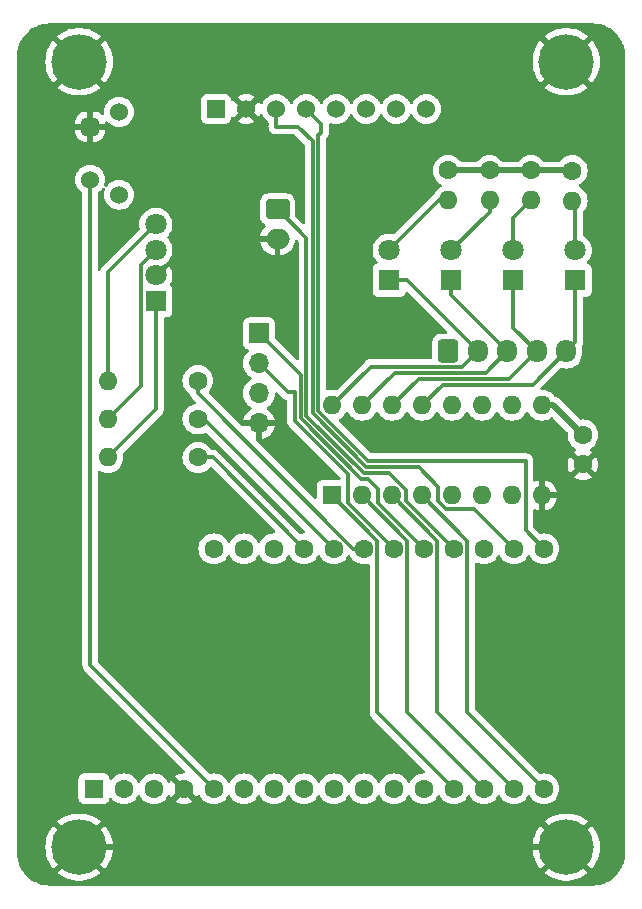
<source format=gbr>
%TF.GenerationSoftware,KiCad,Pcbnew,7.0.10*%
%TF.CreationDate,2024-03-15T10:23:29-04:00*%
%TF.ProjectId,Kicad V7,4b696361-6420-4563-972e-6b696361645f,v2*%
%TF.SameCoordinates,Original*%
%TF.FileFunction,Copper,L1,Top*%
%TF.FilePolarity,Positive*%
%FSLAX46Y46*%
G04 Gerber Fmt 4.6, Leading zero omitted, Abs format (unit mm)*
G04 Created by KiCad (PCBNEW 7.0.10) date 2024-03-15 10:23:29*
%MOMM*%
%LPD*%
G01*
G04 APERTURE LIST*
G04 Aperture macros list*
%AMRoundRect*
0 Rectangle with rounded corners*
0 $1 Rounding radius*
0 $2 $3 $4 $5 $6 $7 $8 $9 X,Y pos of 4 corners*
0 Add a 4 corners polygon primitive as box body*
4,1,4,$2,$3,$4,$5,$6,$7,$8,$9,$2,$3,0*
0 Add four circle primitives for the rounded corners*
1,1,$1+$1,$2,$3*
1,1,$1+$1,$4,$5*
1,1,$1+$1,$6,$7*
1,1,$1+$1,$8,$9*
0 Add four rect primitives between the rounded corners*
20,1,$1+$1,$2,$3,$4,$5,0*
20,1,$1+$1,$4,$5,$6,$7,0*
20,1,$1+$1,$6,$7,$8,$9,0*
20,1,$1+$1,$8,$9,$2,$3,0*%
G04 Aperture macros list end*
%TA.AperFunction,ComponentPad*%
%ADD10C,1.600000*%
%TD*%
%TA.AperFunction,ComponentPad*%
%ADD11O,1.600000X1.600000*%
%TD*%
%TA.AperFunction,ComponentPad*%
%ADD12R,1.600000X1.600000*%
%TD*%
%TA.AperFunction,ComponentPad*%
%ADD13R,1.700000X1.700000*%
%TD*%
%TA.AperFunction,ComponentPad*%
%ADD14O,1.700000X1.700000*%
%TD*%
%TA.AperFunction,ComponentPad*%
%ADD15C,3.100000*%
%TD*%
%TA.AperFunction,ConnectorPad*%
%ADD16C,4.700000*%
%TD*%
%TA.AperFunction,ComponentPad*%
%ADD17RoundRect,0.381000X-0.381000X0.381000X-0.381000X-0.381000X0.381000X-0.381000X0.381000X0.381000X0*%
%TD*%
%TA.AperFunction,ComponentPad*%
%ADD18C,1.524000*%
%TD*%
%TA.AperFunction,ComponentPad*%
%ADD19R,1.800000X1.800000*%
%TD*%
%TA.AperFunction,ComponentPad*%
%ADD20C,1.800000*%
%TD*%
%TA.AperFunction,ComponentPad*%
%ADD21RoundRect,0.250000X-0.750000X0.600000X-0.750000X-0.600000X0.750000X-0.600000X0.750000X0.600000X0*%
%TD*%
%TA.AperFunction,ComponentPad*%
%ADD22O,2.000000X1.700000*%
%TD*%
%TA.AperFunction,ComponentPad*%
%ADD23RoundRect,0.250000X-0.600000X-0.725000X0.600000X-0.725000X0.600000X0.725000X-0.600000X0.725000X0*%
%TD*%
%TA.AperFunction,ComponentPad*%
%ADD24O,1.700000X1.950000*%
%TD*%
%TA.AperFunction,ComponentPad*%
%ADD25R,1.524000X1.524000*%
%TD*%
%TA.AperFunction,Conductor*%
%ADD26C,0.500000*%
%TD*%
%TA.AperFunction,Conductor*%
%ADD27C,0.300000*%
%TD*%
G04 APERTURE END LIST*
D10*
%TO.P,R4,1*%
%TO.N,+5V*%
X147500000Y-70460000D03*
D11*
%TO.P,R4,2*%
%TO.N,Net-(D4-A)*%
X147500000Y-73000000D03*
%TD*%
D12*
%TO.P,U1,1,I1*%
%TO.N,/Phase 1*%
X127163553Y-97956446D03*
D11*
%TO.P,U1,2,I2*%
%TO.N,/Phase 2*%
X129703553Y-97956446D03*
%TO.P,U1,3,I3*%
%TO.N,/Phase 3*%
X132243553Y-97956446D03*
%TO.P,U1,4,I4*%
%TO.N,/Phase 4*%
X134783553Y-97956446D03*
%TO.P,U1,5,I5*%
%TO.N,unconnected-(U1-I5-Pad5)*%
X137323553Y-97956446D03*
%TO.P,U1,6,I6*%
%TO.N,unconnected-(U1-I6-Pad6)*%
X139863553Y-97956446D03*
%TO.P,U1,7,I7*%
%TO.N,unconnected-(U1-I7-Pad7)*%
X142403553Y-97956446D03*
%TO.P,U1,8,GND*%
%TO.N,GND*%
X144943553Y-97956446D03*
%TO.P,U1,9,COM*%
%TO.N,+5V*%
X144943553Y-90336446D03*
%TO.P,U1,10,O7*%
%TO.N,unconnected-(U1-O7-Pad10)*%
X142403553Y-90336446D03*
%TO.P,U1,11,O6*%
%TO.N,unconnected-(U1-O6-Pad11)*%
X139863553Y-90336446D03*
%TO.P,U1,12,O5*%
%TO.N,unconnected-(U1-O5-Pad12)*%
X137323553Y-90336446D03*
%TO.P,U1,13,O4*%
%TO.N,Net-(D4-K)*%
X134783553Y-90336446D03*
%TO.P,U1,14,O3*%
%TO.N,Net-(D3-K)*%
X132243553Y-90336446D03*
%TO.P,U1,15,O2*%
%TO.N,Net-(D2-K)*%
X129703553Y-90336446D03*
%TO.P,U1,16,O1*%
%TO.N,Net-(D1-K)*%
X127163553Y-90336446D03*
%TD*%
D13*
%TO.P,J3,1,Pin_1*%
%TO.N,/Aux 1*%
X121000000Y-84250000D03*
D14*
%TO.P,J3,2,Pin_2*%
%TO.N,/Aux 2*%
X121000000Y-86790000D03*
%TO.P,J3,3,Pin_3*%
%TO.N,+5V*%
X121000000Y-89330000D03*
%TO.P,J3,4,Pin_4*%
%TO.N,GND*%
X121000000Y-91870000D03*
%TD*%
D15*
%TO.P,H4,1,1*%
%TO.N,GND*%
X147000000Y-61250000D03*
D16*
X147000000Y-61250000D03*
%TD*%
D17*
%TO.P,SW1,1,1*%
%TO.N,GND*%
X106683000Y-66750000D03*
D18*
%TO.P,SW1,2,2*%
%TO.N,/PB*%
X106683000Y-71250000D03*
%TO.P,SW1,3*%
%TO.N,N/C*%
X109133000Y-65500000D03*
%TO.P,SW1,4*%
X109133000Y-72500000D03*
%TD*%
D10*
%TO.P,R2,1*%
%TO.N,+5V*%
X140500000Y-70455000D03*
D11*
%TO.P,R2,2*%
%TO.N,Net-(D2-A)*%
X140500000Y-72995000D03*
%TD*%
D19*
%TO.P,D1,1,K*%
%TO.N,Net-(D1-K)*%
X132000000Y-79750000D03*
D20*
%TO.P,D1,2,A*%
%TO.N,Net-(D1-A)*%
X132000000Y-77210000D03*
%TD*%
D10*
%TO.P,R7,1*%
%TO.N,/Red*%
X115810000Y-94750000D03*
D11*
%TO.P,R7,2*%
%TO.N,Net-(D5-RK)*%
X108190000Y-94750000D03*
%TD*%
D21*
%TO.P,J1,1,Pin_1*%
%TO.N,/Home*%
X122550000Y-73750000D03*
D22*
%TO.P,J1,2,Pin_2*%
%TO.N,GND*%
X122550000Y-76250000D03*
%TD*%
D19*
%TO.P,D4,1,K*%
%TO.N,Net-(D4-K)*%
X147750000Y-79750000D03*
D20*
%TO.P,D4,2,A*%
%TO.N,Net-(D4-A)*%
X147750000Y-77210000D03*
%TD*%
D19*
%TO.P,D3,1,K*%
%TO.N,Net-(D3-K)*%
X142500000Y-79750000D03*
D20*
%TO.P,D3,2,A*%
%TO.N,Net-(D3-A)*%
X142500000Y-77210000D03*
%TD*%
D23*
%TO.P,J2,1,Pin_1*%
%TO.N,+5V*%
X137000000Y-85750000D03*
D24*
%TO.P,J2,2,Pin_2*%
%TO.N,Net-(D1-K)*%
X139500000Y-85750000D03*
%TO.P,J2,3,Pin_3*%
%TO.N,Net-(D2-K)*%
X142000000Y-85750000D03*
%TO.P,J2,4,Pin_4*%
%TO.N,Net-(D3-K)*%
X144500000Y-85750000D03*
%TO.P,J2,5,Pin_5*%
%TO.N,Net-(D4-K)*%
X147000000Y-85750000D03*
%TD*%
D10*
%TO.P,R6,1*%
%TO.N,/Green*%
X115810000Y-91500000D03*
D11*
%TO.P,R6,2*%
%TO.N,Net-(D5-GK)*%
X108190000Y-91500000D03*
%TD*%
D19*
%TO.P,D2,1,K*%
%TO.N,Net-(D2-K)*%
X137250000Y-79750000D03*
D20*
%TO.P,D2,2,A*%
%TO.N,Net-(D2-A)*%
X137250000Y-77210000D03*
%TD*%
D19*
%TO.P,D5,1,RK*%
%TO.N,Net-(D5-RK)*%
X112250000Y-81500000D03*
D20*
%TO.P,D5,2,A*%
%TO.N,GND*%
X112250000Y-79341000D03*
%TO.P,D5,3,GK*%
%TO.N,Net-(D5-GK)*%
X112250000Y-77182000D03*
%TO.P,D5,4,BK*%
%TO.N,Net-(D5-BK)*%
X112250000Y-75023000D03*
%TD*%
D10*
%TO.P,R1,1*%
%TO.N,+5V*%
X137000000Y-70455000D03*
D11*
%TO.P,R1,2*%
%TO.N,Net-(D1-A)*%
X137000000Y-72995000D03*
%TD*%
D15*
%TO.P,H2,1,1*%
%TO.N,GND*%
X147000000Y-127750000D03*
D16*
X147000000Y-127750000D03*
%TD*%
D15*
%TO.P,H3,1,1*%
%TO.N,GND*%
X105750000Y-61250000D03*
D16*
X105750000Y-61250000D03*
%TD*%
D10*
%TO.P,R3,1*%
%TO.N,+5V*%
X144000000Y-70455000D03*
D11*
%TO.P,R3,2*%
%TO.N,Net-(D3-A)*%
X144000000Y-72995000D03*
%TD*%
D25*
%TO.P,A2,1,VIN*%
%TO.N,+5V*%
X117360000Y-65250000D03*
D18*
%TO.P,A2,2,GND*%
%TO.N,GND*%
X119900000Y-65250000D03*
%TO.P,A2,3,SCL*%
%TO.N,/SCL*%
X122440000Y-65250000D03*
%TO.P,A2,4,SDA*%
%TO.N,/SDA*%
X124980000Y-65250000D03*
%TO.P,A2,5,BAT*%
%TO.N,unconnected-(A2-BAT-Pad5)*%
X127520000Y-65250000D03*
%TO.P,A2,6,32K*%
%TO.N,unconnected-(A2-32K-Pad6)*%
X130060000Y-65250000D03*
%TO.P,A2,7,SQW*%
%TO.N,unconnected-(A2-SQW-Pad7)*%
X132600000Y-65250000D03*
%TO.P,A2,8,RST*%
%TO.N,unconnected-(A2-RST-Pad8)*%
X135140000Y-65250000D03*
%TD*%
D10*
%TO.P,R5,1*%
%TO.N,/Blue*%
X115810000Y-88250000D03*
D11*
%TO.P,R5,2*%
%TO.N,Net-(D5-BK)*%
X108190000Y-88250000D03*
%TD*%
D15*
%TO.P,H1,1,1*%
%TO.N,GND*%
X105750000Y-127750000D03*
D16*
X105750000Y-127750000D03*
%TD*%
D10*
%TO.P,C1,1*%
%TO.N,+5V*%
X148413553Y-92836446D03*
%TO.P,C1,2*%
%TO.N,GND*%
X148413553Y-95336446D03*
%TD*%
D12*
%TO.P,A1,1,~{RESET}*%
%TO.N,unconnected-(A1-~{RESET}-Pad1)*%
X107000000Y-122802500D03*
D10*
%TO.P,A1,2,3V3*%
%TO.N,unconnected-(A1-3V3-Pad2)*%
X109540000Y-122802500D03*
%TO.P,A1,3,NC*%
%TO.N,unconnected-(A1-NC-Pad3)*%
X112080000Y-122802500D03*
%TO.P,A1,4,GND*%
%TO.N,GND*%
X114620000Y-122802500D03*
%TO.P,A1,5,DAC2/A0*%
%TO.N,/PB*%
X117160000Y-122802500D03*
%TO.P,A1,6,DAC1/A1*%
%TO.N,unconnected-(A1-DAC1{slash}A1-Pad6)*%
X119700000Y-122802500D03*
%TO.P,A1,7,I34/A2*%
%TO.N,unconnected-(A1-I34{slash}A2-Pad7)*%
X122240000Y-122802500D03*
%TO.P,A1,8,I39/A3*%
%TO.N,unconnected-(A1-I39{slash}A3-Pad8)*%
X124780000Y-122802500D03*
%TO.P,A1,9,IO36/A4*%
%TO.N,unconnected-(A1-IO36{slash}A4-Pad9)*%
X127320000Y-122802500D03*
%TO.P,A1,10,IO4/A5*%
%TO.N,unconnected-(A1-IO4{slash}A5-Pad10)*%
X129860000Y-122802500D03*
%TO.P,A1,11,SCK/IO5*%
%TO.N,unconnected-(A1-SCK{slash}IO5-Pad11)*%
X132400000Y-122802500D03*
%TO.P,A1,12,MOSI/IO18*%
%TO.N,unconnected-(A1-MOSI{slash}IO18-Pad12)*%
X134940000Y-122802500D03*
%TO.P,A1,13,MISO/IO19*%
%TO.N,/Phase 1*%
X137480000Y-122802500D03*
%TO.P,A1,14,RX/IO16*%
%TO.N,/Phase 2*%
X140020000Y-122802500D03*
%TO.P,A1,15,TX/IO17*%
%TO.N,/Phase 3*%
X142560000Y-122802500D03*
%TO.P,A1,16,IO21*%
%TO.N,/Phase 4*%
X145100000Y-122802500D03*
%TO.P,A1,17,SDA/IO23*%
%TO.N,/SDA*%
X145100000Y-102482500D03*
%TO.P,A1,18,SCL/IO22*%
%TO.N,/SCL*%
X142560000Y-102482500D03*
%TO.P,A1,19,A6/IO14*%
%TO.N,unconnected-(A1-A6{slash}IO14-Pad19)*%
X140020000Y-102482500D03*
%TO.P,A1,20,A7/IO32*%
%TO.N,/Home*%
X137480000Y-102482500D03*
%TO.P,A1,21,A8/IO15*%
%TO.N,/Aux 1*%
X134940000Y-102482500D03*
%TO.P,A1,22,A9/IO33*%
%TO.N,/Aux 2*%
X132400000Y-102482500D03*
%TO.P,A1,23,A10/IO27*%
%TO.N,/Blue*%
X129860000Y-102482500D03*
%TO.P,A1,24,A11/IO12*%
%TO.N,/Green*%
X127320000Y-102482500D03*
%TO.P,A1,25,A12/IO13*%
%TO.N,/Red*%
X124780000Y-102482500D03*
%TO.P,A1,26,USB*%
%TO.N,+5V*%
X122240000Y-102482500D03*
%TO.P,A1,27,EN*%
%TO.N,unconnected-(A1-EN-Pad27)*%
X119700000Y-102482500D03*
%TO.P,A1,28,VBAT*%
%TO.N,unconnected-(A1-VBAT-Pad28)*%
X117160000Y-102482500D03*
%TD*%
D26*
%TO.N,GND*%
X147000000Y-127750000D02*
X119567500Y-127750000D01*
X105750000Y-127750000D02*
X109672500Y-127750000D01*
X109672500Y-127750000D02*
X114620000Y-122802500D01*
X119567500Y-127750000D02*
X114620000Y-122802500D01*
D27*
%TO.N,/Phase 4*%
X138630000Y-116332500D02*
X138630000Y-101802893D01*
X145100000Y-122802500D02*
X138630000Y-116332500D01*
X138630000Y-101802893D02*
X134783553Y-97956446D01*
%TO.N,/Phase 3*%
X136090000Y-101802893D02*
X132243553Y-97956446D01*
X142560000Y-122802500D02*
X136090000Y-116332500D01*
X136090000Y-116332500D02*
X136090000Y-101802893D01*
%TO.N,/Phase 2*%
X140020000Y-122802500D02*
X133550000Y-116332500D01*
X133550000Y-101802893D02*
X129703553Y-97956446D01*
X133550000Y-116332500D02*
X133550000Y-101802893D01*
%TO.N,/Phase 1*%
X131010000Y-116332500D02*
X131010000Y-101802893D01*
X131010000Y-101802893D02*
X127163553Y-97956446D01*
X137480000Y-122802500D02*
X131010000Y-116332500D01*
%TO.N,/SDA*%
X126250000Y-66520000D02*
X124980000Y-65250000D01*
X143553553Y-95053553D02*
X130254314Y-95053553D01*
X145100000Y-102482500D02*
X143553553Y-100936053D01*
X126013553Y-90812792D02*
X126013553Y-67486447D01*
X130254314Y-95053553D02*
X126013553Y-90812792D01*
X126013553Y-67486447D02*
X126250000Y-67250000D01*
X126250000Y-67250000D02*
X126250000Y-66520000D01*
X143553553Y-100936053D02*
X143553553Y-95053553D01*
%TO.N,/SCL*%
X136173553Y-97227106D02*
X134500000Y-95553553D01*
X130047208Y-95553553D02*
X125513553Y-91019899D01*
X125513553Y-91019899D02*
X125513553Y-67986447D01*
X134500000Y-95553553D02*
X130047208Y-95553553D01*
X125513553Y-67986447D02*
X124277106Y-66750000D01*
X142560000Y-102482500D02*
X139183946Y-99106446D01*
X136173553Y-98432792D02*
X136173553Y-97227106D01*
X124277106Y-66750000D02*
X122440000Y-66750000D01*
X122440000Y-66750000D02*
X122440000Y-65250000D01*
X139183946Y-99106446D02*
X136847207Y-99106446D01*
X136847207Y-99106446D02*
X136173553Y-98432792D01*
%TO.N,/PB*%
X117160000Y-122802500D02*
X106683000Y-112325500D01*
X106683000Y-112325500D02*
X106683000Y-71250000D01*
%TO.N,/Home*%
X137480000Y-102482500D02*
X137476713Y-102482500D01*
X125000000Y-76200000D02*
X122550000Y-73750000D01*
X129840102Y-96053553D02*
X125000000Y-91213451D01*
X137476713Y-102482500D02*
X133393553Y-98399340D01*
X131967006Y-96053553D02*
X129840102Y-96053553D01*
X133393553Y-97480100D02*
X131967006Y-96053553D01*
X133393553Y-98399340D02*
X133393553Y-97480100D01*
X125000000Y-91213451D02*
X125000000Y-76200000D01*
%TO.N,/Aux 1*%
X131093553Y-97397106D02*
X130250000Y-96553553D01*
X124500000Y-87750000D02*
X121000000Y-84250000D01*
X130250000Y-96553553D02*
X129632996Y-96553553D01*
X134940000Y-102482500D02*
X131093553Y-98636053D01*
X131093553Y-98636053D02*
X131093553Y-97397106D01*
X129632996Y-96553553D02*
X124500000Y-91420557D01*
X124500000Y-91420557D02*
X124500000Y-87750000D01*
%TO.N,/Aux 2*%
X124000000Y-91627663D02*
X124000000Y-89250000D01*
X128553553Y-96181216D02*
X124000000Y-91627663D01*
X124000000Y-89250000D02*
X123460000Y-89250000D01*
X132400000Y-102482500D02*
X128553553Y-98636053D01*
X128553553Y-98636053D02*
X128553553Y-96181216D01*
X123460000Y-89250000D02*
X121000000Y-86790000D01*
%TO.N,/Red*%
X124780000Y-102482500D02*
X117047500Y-94750000D01*
X117047500Y-94750000D02*
X115810000Y-94750000D01*
%TO.N,/Green*%
X127320000Y-102482500D02*
X116337500Y-91500000D01*
X116337500Y-91500000D02*
X115810000Y-91500000D01*
%TO.N,/Blue*%
X129860000Y-102482500D02*
X128982500Y-102482500D01*
X128982500Y-102482500D02*
X115810000Y-89310000D01*
X115810000Y-89310000D02*
X115810000Y-88250000D01*
D26*
%TO.N,+5V*%
X147495000Y-70455000D02*
X147500000Y-70460000D01*
X144000000Y-70455000D02*
X147495000Y-70455000D01*
X140500000Y-70455000D02*
X144000000Y-70455000D01*
X145913553Y-90336446D02*
X144943553Y-90336446D01*
X148413553Y-92836446D02*
X145913553Y-90336446D01*
X137000000Y-70455000D02*
X140500000Y-70455000D01*
D27*
%TO.N,Net-(D1-K)*%
X132000000Y-79750000D02*
X133500000Y-79750000D01*
X130424999Y-87075000D02*
X138175000Y-87075000D01*
X138175000Y-87075000D02*
X139500000Y-85750000D01*
X127163553Y-90336446D02*
X130424999Y-87075000D01*
X133500000Y-79750000D02*
X139500000Y-85750000D01*
%TO.N,Net-(D1-A)*%
X136215000Y-72995000D02*
X137000000Y-72995000D01*
X132000000Y-77210000D02*
X136215000Y-72995000D01*
%TO.N,Net-(D2-K)*%
X140175000Y-87575000D02*
X142000000Y-85750000D01*
X137250000Y-81000000D02*
X142000000Y-85750000D01*
X129703553Y-90336446D02*
X132464999Y-87575000D01*
X132464999Y-87575000D02*
X140175000Y-87575000D01*
X137250000Y-79750000D02*
X137250000Y-81000000D01*
%TO.N,Net-(D2-A)*%
X137250000Y-77210000D02*
X140500000Y-73960000D01*
X140500000Y-73960000D02*
X140500000Y-72995000D01*
%TO.N,Net-(D3-K)*%
X134504999Y-88075000D02*
X142175000Y-88075000D01*
X142500000Y-83750000D02*
X144500000Y-85750000D01*
X142175000Y-88075000D02*
X144500000Y-85750000D01*
X142500000Y-79750000D02*
X142500000Y-83750000D01*
X132243553Y-90336446D02*
X134504999Y-88075000D01*
%TO.N,Net-(D3-A)*%
X142500000Y-74495000D02*
X144000000Y-72995000D01*
X142500000Y-77210000D02*
X142500000Y-74495000D01*
%TO.N,Net-(D4-K)*%
X147750000Y-85000000D02*
X147000000Y-85750000D01*
X144175000Y-88575000D02*
X147000000Y-85750000D01*
X136544999Y-88575000D02*
X144175000Y-88575000D01*
X134783553Y-90336446D02*
X136544999Y-88575000D01*
X147750000Y-79750000D02*
X147750000Y-85000000D01*
%TO.N,Net-(D4-A)*%
X147750000Y-77210000D02*
X147750000Y-73250000D01*
X147750000Y-73250000D02*
X147500000Y-73000000D01*
%TO.N,Net-(D5-RK)*%
X112250000Y-90690000D02*
X112250000Y-81500000D01*
X108190000Y-94750000D02*
X112250000Y-90690000D01*
%TO.N,Net-(D5-GK)*%
X108190000Y-91500000D02*
X111000000Y-88690000D01*
X111000000Y-88690000D02*
X111000000Y-78432000D01*
X111000000Y-78432000D02*
X112250000Y-77182000D01*
%TO.N,Net-(D5-BK)*%
X108190000Y-79083000D02*
X112250000Y-75023000D01*
X108190000Y-88250000D02*
X108190000Y-79083000D01*
%TD*%
%TA.AperFunction,Conductor*%
%TO.N,GND*%
G36*
X122564962Y-89274908D02*
G01*
X122939564Y-89649510D01*
X122949635Y-89662080D01*
X122949822Y-89661926D01*
X122954795Y-89667937D01*
X122954797Y-89667939D01*
X122954798Y-89667940D01*
X123001578Y-89711869D01*
X123005832Y-89715864D01*
X123008629Y-89718575D01*
X123028967Y-89738913D01*
X123032450Y-89741615D01*
X123041326Y-89749196D01*
X123045735Y-89753336D01*
X123074607Y-89780448D01*
X123074609Y-89780449D01*
X123093205Y-89790672D01*
X123109470Y-89801357D01*
X123126232Y-89814360D01*
X123126235Y-89814361D01*
X123126236Y-89814362D01*
X123168140Y-89832495D01*
X123178612Y-89837625D01*
X123218632Y-89859627D01*
X123234340Y-89863659D01*
X123239186Y-89864904D01*
X123257595Y-89871206D01*
X123263453Y-89873741D01*
X123274744Y-89878627D01*
X123328452Y-89923315D01*
X123349475Y-89989946D01*
X123349500Y-89992429D01*
X123349500Y-91542157D01*
X123347732Y-91558168D01*
X123347974Y-91558191D01*
X123347240Y-91565957D01*
X123349439Y-91635925D01*
X123349500Y-91639820D01*
X123349500Y-91668583D01*
X123349501Y-91668601D01*
X123350053Y-91672974D01*
X123350968Y-91684604D01*
X123352402Y-91730230D01*
X123352403Y-91730233D01*
X123358323Y-91750611D01*
X123362268Y-91769659D01*
X123364928Y-91790717D01*
X123364931Y-91790728D01*
X123381737Y-91833177D01*
X123385520Y-91844226D01*
X123398254Y-91888058D01*
X123398255Y-91888060D01*
X123409060Y-91906329D01*
X123417617Y-91923797D01*
X123423226Y-91937963D01*
X123425432Y-91943535D01*
X123452266Y-91980469D01*
X123458678Y-91990231D01*
X123481919Y-92029528D01*
X123481923Y-92029532D01*
X123496925Y-92044534D01*
X123509563Y-92059332D01*
X123522033Y-92076496D01*
X123522036Y-92076500D01*
X123557213Y-92105600D01*
X123565854Y-92113463D01*
X127866734Y-96414343D01*
X127900219Y-96475666D01*
X127903053Y-96502024D01*
X127903053Y-96531946D01*
X127883368Y-96598985D01*
X127830564Y-96644740D01*
X127779053Y-96655946D01*
X126315682Y-96655946D01*
X126315676Y-96655947D01*
X126256069Y-96662354D01*
X126121224Y-96712648D01*
X126121217Y-96712652D01*
X126006008Y-96798898D01*
X126006005Y-96798901D01*
X125919759Y-96914110D01*
X125919755Y-96914117D01*
X125869461Y-97048963D01*
X125863054Y-97108562D01*
X125863053Y-97108581D01*
X125863053Y-98143745D01*
X125843368Y-98210784D01*
X125790564Y-98256539D01*
X125721406Y-98266483D01*
X125657850Y-98237458D01*
X125651372Y-98231426D01*
X120776752Y-93356806D01*
X120743267Y-93295483D01*
X120748251Y-93225791D01*
X120750000Y-93223425D01*
X120750000Y-92305501D01*
X120857685Y-92354680D01*
X120964237Y-92370000D01*
X121035763Y-92370000D01*
X121142315Y-92354680D01*
X121250000Y-92305501D01*
X121250000Y-93200633D01*
X121463483Y-93143433D01*
X121463492Y-93143429D01*
X121677578Y-93043600D01*
X121871082Y-92908105D01*
X122038105Y-92741082D01*
X122173600Y-92547578D01*
X122273429Y-92333492D01*
X122273432Y-92333486D01*
X122330636Y-92120000D01*
X121433686Y-92120000D01*
X121459493Y-92079844D01*
X121500000Y-91941889D01*
X121500000Y-91798111D01*
X121459493Y-91660156D01*
X121433686Y-91620000D01*
X122330636Y-91620000D01*
X122330635Y-91619999D01*
X122273432Y-91406513D01*
X122273429Y-91406507D01*
X122173600Y-91192422D01*
X122173599Y-91192420D01*
X122038113Y-90998926D01*
X122038108Y-90998920D01*
X121871078Y-90831890D01*
X121685405Y-90701879D01*
X121641780Y-90647302D01*
X121634588Y-90577804D01*
X121666110Y-90515449D01*
X121685406Y-90498730D01*
X121871401Y-90368495D01*
X122038495Y-90201401D01*
X122174035Y-90007830D01*
X122273903Y-89793663D01*
X122335063Y-89565408D01*
X122353753Y-89351781D01*
X122379205Y-89286713D01*
X122435796Y-89245734D01*
X122505558Y-89241856D01*
X122564962Y-89274908D01*
G37*
%TD.AperFunction*%
%TA.AperFunction,Conductor*%
G36*
X149253471Y-58000695D02*
G01*
X149294188Y-58002981D01*
X149550900Y-58017397D01*
X149564703Y-58018953D01*
X149854953Y-58068269D01*
X149868510Y-58071363D01*
X150151413Y-58152866D01*
X150164537Y-58157459D01*
X150436527Y-58270120D01*
X150449049Y-58276149D01*
X150647673Y-58385925D01*
X150706726Y-58418563D01*
X150718500Y-58425961D01*
X150958604Y-58596323D01*
X150969476Y-58604993D01*
X151188997Y-58801169D01*
X151198830Y-58811002D01*
X151395006Y-59030523D01*
X151403676Y-59041395D01*
X151574038Y-59281499D01*
X151581436Y-59293273D01*
X151723846Y-59550943D01*
X151729879Y-59563472D01*
X151842540Y-59835462D01*
X151847133Y-59848586D01*
X151928636Y-60131489D01*
X151931730Y-60145046D01*
X151981045Y-60435288D01*
X151982602Y-60449106D01*
X151999305Y-60746527D01*
X151999500Y-60753480D01*
X151999500Y-128246519D01*
X151999305Y-128253472D01*
X151982602Y-128550893D01*
X151981045Y-128564711D01*
X151931730Y-128854953D01*
X151928636Y-128868510D01*
X151847133Y-129151413D01*
X151842540Y-129164537D01*
X151729879Y-129436527D01*
X151723846Y-129449056D01*
X151581436Y-129706726D01*
X151574038Y-129718500D01*
X151403676Y-129958604D01*
X151395006Y-129969476D01*
X151198830Y-130188997D01*
X151188997Y-130198830D01*
X150969476Y-130395006D01*
X150958604Y-130403676D01*
X150718500Y-130574038D01*
X150706726Y-130581436D01*
X150449056Y-130723846D01*
X150436527Y-130729879D01*
X150164537Y-130842540D01*
X150151413Y-130847133D01*
X149868510Y-130928636D01*
X149854953Y-130931730D01*
X149564711Y-130981045D01*
X149550893Y-130982602D01*
X149253472Y-130999305D01*
X149246519Y-130999500D01*
X103253481Y-130999500D01*
X103246528Y-130999305D01*
X102949106Y-130982602D01*
X102935288Y-130981045D01*
X102645046Y-130931730D01*
X102631489Y-130928636D01*
X102348586Y-130847133D01*
X102335462Y-130842540D01*
X102063472Y-130729879D01*
X102050943Y-130723846D01*
X101793273Y-130581436D01*
X101781499Y-130574038D01*
X101541395Y-130403676D01*
X101530523Y-130395006D01*
X101311002Y-130198830D01*
X101301169Y-130188997D01*
X101152627Y-130022779D01*
X101104993Y-129969476D01*
X101096323Y-129958604D01*
X100925961Y-129718500D01*
X100918563Y-129706726D01*
X100850783Y-129584088D01*
X100776149Y-129449049D01*
X100770120Y-129436527D01*
X100657459Y-129164537D01*
X100652866Y-129151413D01*
X100571363Y-128868510D01*
X100568269Y-128854953D01*
X100546428Y-128726408D01*
X100518953Y-128564703D01*
X100517397Y-128550900D01*
X100500695Y-128253471D01*
X100500500Y-128246519D01*
X100500500Y-127750003D01*
X102895170Y-127750003D01*
X102914473Y-128081426D01*
X102914474Y-128081437D01*
X102972118Y-128408351D01*
X102972121Y-128408365D01*
X103067336Y-128726408D01*
X103198827Y-129031236D01*
X103198833Y-129031249D01*
X103364824Y-129318755D01*
X103562357Y-129584087D01*
X104635073Y-128511372D01*
X104711890Y-128621078D01*
X104878922Y-128788110D01*
X104988626Y-128864925D01*
X103919289Y-129934263D01*
X104045215Y-130039925D01*
X104322588Y-130222356D01*
X104619252Y-130371347D01*
X104619258Y-130371350D01*
X104931213Y-130484892D01*
X104931234Y-130484899D01*
X105254248Y-130561456D01*
X105254263Y-130561458D01*
X105584012Y-130599999D01*
X105584013Y-130600000D01*
X105915987Y-130600000D01*
X105915987Y-130599999D01*
X106245736Y-130561458D01*
X106245751Y-130561456D01*
X106568765Y-130484899D01*
X106568786Y-130484892D01*
X106880741Y-130371350D01*
X106880747Y-130371347D01*
X107177411Y-130222356D01*
X107454789Y-130039922D01*
X107580708Y-129934263D01*
X107580709Y-129934262D01*
X106511373Y-128864925D01*
X106621078Y-128788110D01*
X106788110Y-128621078D01*
X106864926Y-128511373D01*
X107937641Y-129584088D01*
X108135175Y-129318756D01*
X108301166Y-129031249D01*
X108301172Y-129031236D01*
X108432663Y-128726408D01*
X108527878Y-128408365D01*
X108527881Y-128408351D01*
X108585525Y-128081437D01*
X108585526Y-128081426D01*
X108604830Y-127750003D01*
X144145170Y-127750003D01*
X144164473Y-128081426D01*
X144164474Y-128081437D01*
X144222118Y-128408351D01*
X144222121Y-128408365D01*
X144317336Y-128726408D01*
X144448827Y-129031236D01*
X144448833Y-129031249D01*
X144614824Y-129318755D01*
X144812357Y-129584087D01*
X145885072Y-128511371D01*
X145961890Y-128621078D01*
X146128922Y-128788110D01*
X146238626Y-128864925D01*
X145169289Y-129934263D01*
X145295215Y-130039925D01*
X145572588Y-130222356D01*
X145869252Y-130371347D01*
X145869258Y-130371350D01*
X146181213Y-130484892D01*
X146181234Y-130484899D01*
X146504248Y-130561456D01*
X146504263Y-130561458D01*
X146834012Y-130599999D01*
X146834013Y-130600000D01*
X147165987Y-130600000D01*
X147165987Y-130599999D01*
X147495736Y-130561458D01*
X147495751Y-130561456D01*
X147818765Y-130484899D01*
X147818786Y-130484892D01*
X148130741Y-130371350D01*
X148130747Y-130371347D01*
X148427411Y-130222356D01*
X148704789Y-130039922D01*
X148830708Y-129934263D01*
X148830709Y-129934262D01*
X147761373Y-128864925D01*
X147871078Y-128788110D01*
X148038110Y-128621078D01*
X148114926Y-128511373D01*
X149187641Y-129584088D01*
X149385175Y-129318756D01*
X149551166Y-129031249D01*
X149551172Y-129031236D01*
X149682663Y-128726408D01*
X149777878Y-128408365D01*
X149777881Y-128408351D01*
X149835525Y-128081437D01*
X149835526Y-128081426D01*
X149854830Y-127750003D01*
X149854830Y-127749996D01*
X149835526Y-127418573D01*
X149835525Y-127418562D01*
X149777881Y-127091648D01*
X149777878Y-127091634D01*
X149682663Y-126773591D01*
X149551172Y-126468763D01*
X149551166Y-126468750D01*
X149385172Y-126181239D01*
X149187642Y-125915910D01*
X148114925Y-126988626D01*
X148038110Y-126878922D01*
X147871078Y-126711890D01*
X147761372Y-126635073D01*
X148830709Y-125565736D01*
X148830709Y-125565735D01*
X148704784Y-125460074D01*
X148427411Y-125277643D01*
X148130747Y-125128652D01*
X148130741Y-125128649D01*
X147818786Y-125015107D01*
X147818765Y-125015100D01*
X147495751Y-124938543D01*
X147495736Y-124938541D01*
X147165987Y-124900000D01*
X146834013Y-124900000D01*
X146504263Y-124938541D01*
X146504248Y-124938543D01*
X146181234Y-125015100D01*
X146181213Y-125015107D01*
X145869258Y-125128649D01*
X145869252Y-125128652D01*
X145572581Y-125277646D01*
X145295220Y-125460070D01*
X145295213Y-125460075D01*
X145169289Y-125565735D01*
X146238627Y-126635073D01*
X146128922Y-126711890D01*
X145961890Y-126878922D01*
X145885073Y-126988627D01*
X144812357Y-125915911D01*
X144812356Y-125915911D01*
X144614829Y-126181236D01*
X144614825Y-126181242D01*
X144448833Y-126468750D01*
X144448827Y-126468763D01*
X144317336Y-126773591D01*
X144222121Y-127091634D01*
X144222118Y-127091648D01*
X144164474Y-127418562D01*
X144164473Y-127418573D01*
X144145170Y-127749996D01*
X144145170Y-127750003D01*
X108604830Y-127750003D01*
X108604830Y-127749996D01*
X108585526Y-127418573D01*
X108585525Y-127418562D01*
X108527881Y-127091648D01*
X108527878Y-127091634D01*
X108432663Y-126773591D01*
X108301172Y-126468763D01*
X108301166Y-126468750D01*
X108135172Y-126181239D01*
X107937642Y-125915910D01*
X106864925Y-126988626D01*
X106788110Y-126878922D01*
X106621078Y-126711890D01*
X106511372Y-126635073D01*
X107580709Y-125565736D01*
X107580709Y-125565735D01*
X107454784Y-125460074D01*
X107177411Y-125277643D01*
X106880747Y-125128652D01*
X106880741Y-125128649D01*
X106568786Y-125015107D01*
X106568765Y-125015100D01*
X106245751Y-124938543D01*
X106245736Y-124938541D01*
X105915987Y-124900000D01*
X105584013Y-124900000D01*
X105254263Y-124938541D01*
X105254248Y-124938543D01*
X104931234Y-125015100D01*
X104931213Y-125015107D01*
X104619258Y-125128649D01*
X104619252Y-125128652D01*
X104322581Y-125277646D01*
X104045220Y-125460070D01*
X104045213Y-125460075D01*
X103919289Y-125565735D01*
X104988627Y-126635073D01*
X104878922Y-126711890D01*
X104711890Y-126878922D01*
X104635073Y-126988627D01*
X103562357Y-125915911D01*
X103562356Y-125915911D01*
X103364829Y-126181236D01*
X103364825Y-126181242D01*
X103198833Y-126468750D01*
X103198827Y-126468763D01*
X103067336Y-126773591D01*
X102972121Y-127091634D01*
X102972118Y-127091648D01*
X102914474Y-127418562D01*
X102914473Y-127418573D01*
X102895170Y-127749996D01*
X102895170Y-127750003D01*
X100500500Y-127750003D01*
X100500500Y-71250002D01*
X105415677Y-71250002D01*
X105434929Y-71470062D01*
X105434930Y-71470070D01*
X105492104Y-71683445D01*
X105492105Y-71683447D01*
X105492106Y-71683450D01*
X105585466Y-71883662D01*
X105585468Y-71883666D01*
X105666894Y-71999954D01*
X105712174Y-72064620D01*
X105868380Y-72220826D01*
X105979625Y-72298720D01*
X106023248Y-72353294D01*
X106032500Y-72400293D01*
X106032500Y-112239994D01*
X106030732Y-112256005D01*
X106030974Y-112256028D01*
X106030240Y-112263794D01*
X106032439Y-112333762D01*
X106032500Y-112337657D01*
X106032500Y-112366420D01*
X106032501Y-112366438D01*
X106033053Y-112370811D01*
X106033968Y-112382441D01*
X106035402Y-112428067D01*
X106035403Y-112428070D01*
X106041323Y-112448448D01*
X106045268Y-112467496D01*
X106047928Y-112488554D01*
X106047931Y-112488565D01*
X106064737Y-112531014D01*
X106068520Y-112542063D01*
X106081254Y-112585895D01*
X106081255Y-112585897D01*
X106092060Y-112604166D01*
X106100617Y-112621634D01*
X106106226Y-112635800D01*
X106108432Y-112641372D01*
X106135266Y-112678306D01*
X106141678Y-112688068D01*
X106164919Y-112727365D01*
X106164923Y-112727369D01*
X106179925Y-112742371D01*
X106192563Y-112757169D01*
X106205033Y-112774333D01*
X106205036Y-112774337D01*
X106240213Y-112803437D01*
X106248854Y-112811300D01*
X114724395Y-121286841D01*
X114757880Y-121348164D01*
X114752896Y-121417856D01*
X114711024Y-121473789D01*
X114645560Y-121498206D01*
X114625913Y-121498051D01*
X114620000Y-121497534D01*
X114619998Y-121497534D01*
X114393400Y-121517358D01*
X114393389Y-121517360D01*
X114173682Y-121576230D01*
X114173673Y-121576234D01*
X113967516Y-121672366D01*
X113967512Y-121672368D01*
X113894526Y-121723473D01*
X113894526Y-121723474D01*
X114575599Y-122404546D01*
X114494852Y-122417335D01*
X114381955Y-122474859D01*
X114292359Y-122564455D01*
X114234835Y-122677352D01*
X114222046Y-122758098D01*
X113540974Y-122077026D01*
X113540973Y-122077026D01*
X113489868Y-122150012D01*
X113489868Y-122150013D01*
X113462657Y-122208367D01*
X113416484Y-122260806D01*
X113349290Y-122279957D01*
X113282409Y-122259741D01*
X113237893Y-122208365D01*
X113210682Y-122150012D01*
X113210568Y-122149766D01*
X113080047Y-121963361D01*
X113080045Y-121963358D01*
X112919141Y-121802454D01*
X112732734Y-121671932D01*
X112732732Y-121671931D01*
X112526497Y-121575761D01*
X112526488Y-121575758D01*
X112306697Y-121516866D01*
X112306693Y-121516865D01*
X112306692Y-121516865D01*
X112306691Y-121516864D01*
X112306686Y-121516864D01*
X112080002Y-121497032D01*
X112079998Y-121497032D01*
X111853313Y-121516864D01*
X111853302Y-121516866D01*
X111633511Y-121575758D01*
X111633502Y-121575761D01*
X111427267Y-121671931D01*
X111427265Y-121671932D01*
X111240858Y-121802454D01*
X111079954Y-121963358D01*
X110949432Y-122149765D01*
X110949431Y-122149767D01*
X110922382Y-122207775D01*
X110876209Y-122260214D01*
X110809016Y-122279366D01*
X110742135Y-122259150D01*
X110697618Y-122207775D01*
X110670683Y-122150013D01*
X110670568Y-122149766D01*
X110540047Y-121963361D01*
X110540045Y-121963358D01*
X110379141Y-121802454D01*
X110192734Y-121671932D01*
X110192732Y-121671931D01*
X109986497Y-121575761D01*
X109986488Y-121575758D01*
X109766697Y-121516866D01*
X109766693Y-121516865D01*
X109766692Y-121516865D01*
X109766691Y-121516864D01*
X109766686Y-121516864D01*
X109540002Y-121497032D01*
X109539998Y-121497032D01*
X109313313Y-121516864D01*
X109313302Y-121516866D01*
X109093511Y-121575758D01*
X109093502Y-121575761D01*
X108887267Y-121671931D01*
X108887265Y-121671932D01*
X108700858Y-121802454D01*
X108539954Y-121963358D01*
X108522725Y-121987964D01*
X108468147Y-122031588D01*
X108398648Y-122038780D01*
X108336294Y-122007257D01*
X108300882Y-121947026D01*
X108297861Y-121930091D01*
X108294091Y-121895016D01*
X108243797Y-121760171D01*
X108243793Y-121760164D01*
X108157547Y-121644955D01*
X108157544Y-121644952D01*
X108042335Y-121558706D01*
X108042328Y-121558702D01*
X107907482Y-121508408D01*
X107907483Y-121508408D01*
X107847883Y-121502001D01*
X107847881Y-121502000D01*
X107847873Y-121502000D01*
X107847864Y-121502000D01*
X106152129Y-121502000D01*
X106152123Y-121502001D01*
X106092516Y-121508408D01*
X105957671Y-121558702D01*
X105957664Y-121558706D01*
X105842455Y-121644952D01*
X105842452Y-121644955D01*
X105756206Y-121760164D01*
X105756202Y-121760171D01*
X105705908Y-121895017D01*
X105699501Y-121954616D01*
X105699500Y-121954635D01*
X105699500Y-123650370D01*
X105699501Y-123650376D01*
X105705908Y-123709983D01*
X105756202Y-123844828D01*
X105756206Y-123844835D01*
X105842452Y-123960044D01*
X105842455Y-123960047D01*
X105957664Y-124046293D01*
X105957671Y-124046297D01*
X106092517Y-124096591D01*
X106092516Y-124096591D01*
X106099444Y-124097335D01*
X106152127Y-124103000D01*
X107847872Y-124102999D01*
X107907483Y-124096591D01*
X108042331Y-124046296D01*
X108157546Y-123960046D01*
X108243796Y-123844831D01*
X108294091Y-123709983D01*
X108297862Y-123674901D01*
X108324599Y-123610355D01*
X108381990Y-123570506D01*
X108451816Y-123568011D01*
X108511905Y-123603663D01*
X108522726Y-123617036D01*
X108539956Y-123641643D01*
X108700858Y-123802545D01*
X108700861Y-123802547D01*
X108887266Y-123933068D01*
X109093504Y-124029239D01*
X109313308Y-124088135D01*
X109475230Y-124102301D01*
X109539998Y-124107968D01*
X109540000Y-124107968D01*
X109540002Y-124107968D01*
X109596807Y-124102998D01*
X109766692Y-124088135D01*
X109986496Y-124029239D01*
X110192734Y-123933068D01*
X110379139Y-123802547D01*
X110540047Y-123641639D01*
X110670568Y-123455234D01*
X110697618Y-123397224D01*
X110743790Y-123344785D01*
X110810983Y-123325633D01*
X110877865Y-123345848D01*
X110922382Y-123397225D01*
X110949429Y-123455228D01*
X110949432Y-123455234D01*
X111079954Y-123641641D01*
X111240858Y-123802545D01*
X111240861Y-123802547D01*
X111427266Y-123933068D01*
X111633504Y-124029239D01*
X111853308Y-124088135D01*
X112015230Y-124102301D01*
X112079998Y-124107968D01*
X112080000Y-124107968D01*
X112080002Y-124107968D01*
X112136807Y-124102998D01*
X112306692Y-124088135D01*
X112526496Y-124029239D01*
X112732734Y-123933068D01*
X112919139Y-123802547D01*
X113080047Y-123641639D01*
X113210568Y-123455234D01*
X113237893Y-123396634D01*
X113284065Y-123344195D01*
X113351258Y-123325043D01*
X113418139Y-123345258D01*
X113462657Y-123396634D01*
X113489864Y-123454980D01*
X113540974Y-123527972D01*
X114222046Y-122846900D01*
X114234835Y-122927648D01*
X114292359Y-123040545D01*
X114381955Y-123130141D01*
X114494852Y-123187665D01*
X114575599Y-123200453D01*
X113894526Y-123881525D01*
X113967513Y-123932632D01*
X113967521Y-123932636D01*
X114173668Y-124028764D01*
X114173682Y-124028769D01*
X114393389Y-124087639D01*
X114393400Y-124087641D01*
X114619998Y-124107466D01*
X114620002Y-124107466D01*
X114846599Y-124087641D01*
X114846610Y-124087639D01*
X115066317Y-124028769D01*
X115066331Y-124028764D01*
X115272478Y-123932636D01*
X115345471Y-123881524D01*
X114664400Y-123200453D01*
X114745148Y-123187665D01*
X114858045Y-123130141D01*
X114947641Y-123040545D01*
X115005165Y-122927648D01*
X115017953Y-122846900D01*
X115699024Y-123527971D01*
X115750133Y-123454982D01*
X115777341Y-123396635D01*
X115823513Y-123344196D01*
X115890707Y-123325043D01*
X115957588Y-123345258D01*
X116002105Y-123396632D01*
X116029432Y-123455234D01*
X116029433Y-123455235D01*
X116159954Y-123641641D01*
X116320858Y-123802545D01*
X116320861Y-123802547D01*
X116507266Y-123933068D01*
X116713504Y-124029239D01*
X116933308Y-124088135D01*
X117095230Y-124102301D01*
X117159998Y-124107968D01*
X117160000Y-124107968D01*
X117160002Y-124107968D01*
X117216807Y-124102998D01*
X117386692Y-124088135D01*
X117606496Y-124029239D01*
X117812734Y-123933068D01*
X117999139Y-123802547D01*
X118160047Y-123641639D01*
X118290568Y-123455234D01*
X118317618Y-123397224D01*
X118363790Y-123344785D01*
X118430983Y-123325633D01*
X118497865Y-123345848D01*
X118542382Y-123397225D01*
X118569429Y-123455228D01*
X118569432Y-123455234D01*
X118699954Y-123641641D01*
X118860858Y-123802545D01*
X118860861Y-123802547D01*
X119047266Y-123933068D01*
X119253504Y-124029239D01*
X119473308Y-124088135D01*
X119635230Y-124102301D01*
X119699998Y-124107968D01*
X119700000Y-124107968D01*
X119700002Y-124107968D01*
X119756807Y-124102998D01*
X119926692Y-124088135D01*
X120146496Y-124029239D01*
X120352734Y-123933068D01*
X120539139Y-123802547D01*
X120700047Y-123641639D01*
X120830568Y-123455234D01*
X120857618Y-123397224D01*
X120903790Y-123344785D01*
X120970983Y-123325633D01*
X121037865Y-123345848D01*
X121082382Y-123397225D01*
X121109429Y-123455228D01*
X121109432Y-123455234D01*
X121239954Y-123641641D01*
X121400858Y-123802545D01*
X121400861Y-123802547D01*
X121587266Y-123933068D01*
X121793504Y-124029239D01*
X122013308Y-124088135D01*
X122175230Y-124102301D01*
X122239998Y-124107968D01*
X122240000Y-124107968D01*
X122240002Y-124107968D01*
X122296807Y-124102998D01*
X122466692Y-124088135D01*
X122686496Y-124029239D01*
X122892734Y-123933068D01*
X123079139Y-123802547D01*
X123240047Y-123641639D01*
X123370568Y-123455234D01*
X123397618Y-123397224D01*
X123443790Y-123344785D01*
X123510983Y-123325633D01*
X123577865Y-123345848D01*
X123622382Y-123397225D01*
X123649429Y-123455228D01*
X123649432Y-123455234D01*
X123779954Y-123641641D01*
X123940858Y-123802545D01*
X123940861Y-123802547D01*
X124127266Y-123933068D01*
X124333504Y-124029239D01*
X124553308Y-124088135D01*
X124715230Y-124102301D01*
X124779998Y-124107968D01*
X124780000Y-124107968D01*
X124780002Y-124107968D01*
X124836807Y-124102998D01*
X125006692Y-124088135D01*
X125226496Y-124029239D01*
X125432734Y-123933068D01*
X125619139Y-123802547D01*
X125780047Y-123641639D01*
X125910568Y-123455234D01*
X125937618Y-123397224D01*
X125983790Y-123344785D01*
X126050983Y-123325633D01*
X126117865Y-123345848D01*
X126162382Y-123397225D01*
X126189429Y-123455228D01*
X126189432Y-123455234D01*
X126319954Y-123641641D01*
X126480858Y-123802545D01*
X126480861Y-123802547D01*
X126667266Y-123933068D01*
X126873504Y-124029239D01*
X127093308Y-124088135D01*
X127255230Y-124102301D01*
X127319998Y-124107968D01*
X127320000Y-124107968D01*
X127320002Y-124107968D01*
X127376807Y-124102998D01*
X127546692Y-124088135D01*
X127766496Y-124029239D01*
X127972734Y-123933068D01*
X128159139Y-123802547D01*
X128320047Y-123641639D01*
X128450568Y-123455234D01*
X128477618Y-123397224D01*
X128523790Y-123344785D01*
X128590983Y-123325633D01*
X128657865Y-123345848D01*
X128702382Y-123397225D01*
X128729429Y-123455228D01*
X128729432Y-123455234D01*
X128859954Y-123641641D01*
X129020858Y-123802545D01*
X129020861Y-123802547D01*
X129207266Y-123933068D01*
X129413504Y-124029239D01*
X129633308Y-124088135D01*
X129795230Y-124102301D01*
X129859998Y-124107968D01*
X129860000Y-124107968D01*
X129860002Y-124107968D01*
X129916807Y-124102998D01*
X130086692Y-124088135D01*
X130306496Y-124029239D01*
X130512734Y-123933068D01*
X130699139Y-123802547D01*
X130860047Y-123641639D01*
X130990568Y-123455234D01*
X131017618Y-123397224D01*
X131063790Y-123344785D01*
X131130983Y-123325633D01*
X131197865Y-123345848D01*
X131242382Y-123397225D01*
X131269429Y-123455228D01*
X131269432Y-123455234D01*
X131399954Y-123641641D01*
X131560858Y-123802545D01*
X131560861Y-123802547D01*
X131747266Y-123933068D01*
X131953504Y-124029239D01*
X132173308Y-124088135D01*
X132335230Y-124102301D01*
X132399998Y-124107968D01*
X132400000Y-124107968D01*
X132400002Y-124107968D01*
X132456807Y-124102998D01*
X132626692Y-124088135D01*
X132846496Y-124029239D01*
X133052734Y-123933068D01*
X133239139Y-123802547D01*
X133400047Y-123641639D01*
X133530568Y-123455234D01*
X133557618Y-123397224D01*
X133603790Y-123344785D01*
X133670983Y-123325633D01*
X133737865Y-123345848D01*
X133782382Y-123397225D01*
X133809429Y-123455228D01*
X133809432Y-123455234D01*
X133939954Y-123641641D01*
X134100858Y-123802545D01*
X134100861Y-123802547D01*
X134287266Y-123933068D01*
X134493504Y-124029239D01*
X134713308Y-124088135D01*
X134875230Y-124102301D01*
X134939998Y-124107968D01*
X134940000Y-124107968D01*
X134940002Y-124107968D01*
X134996807Y-124102998D01*
X135166692Y-124088135D01*
X135386496Y-124029239D01*
X135592734Y-123933068D01*
X135779139Y-123802547D01*
X135940047Y-123641639D01*
X136070568Y-123455234D01*
X136097618Y-123397224D01*
X136143790Y-123344785D01*
X136210983Y-123325633D01*
X136277865Y-123345848D01*
X136322382Y-123397225D01*
X136349429Y-123455228D01*
X136349432Y-123455234D01*
X136479954Y-123641641D01*
X136640858Y-123802545D01*
X136640861Y-123802547D01*
X136827266Y-123933068D01*
X137033504Y-124029239D01*
X137253308Y-124088135D01*
X137415230Y-124102301D01*
X137479998Y-124107968D01*
X137480000Y-124107968D01*
X137480002Y-124107968D01*
X137536807Y-124102998D01*
X137706692Y-124088135D01*
X137926496Y-124029239D01*
X138132734Y-123933068D01*
X138319139Y-123802547D01*
X138480047Y-123641639D01*
X138610568Y-123455234D01*
X138637618Y-123397224D01*
X138683790Y-123344785D01*
X138750983Y-123325633D01*
X138817865Y-123345848D01*
X138862382Y-123397225D01*
X138889429Y-123455228D01*
X138889432Y-123455234D01*
X139019954Y-123641641D01*
X139180858Y-123802545D01*
X139180861Y-123802547D01*
X139367266Y-123933068D01*
X139573504Y-124029239D01*
X139793308Y-124088135D01*
X139955230Y-124102301D01*
X140019998Y-124107968D01*
X140020000Y-124107968D01*
X140020002Y-124107968D01*
X140076807Y-124102998D01*
X140246692Y-124088135D01*
X140466496Y-124029239D01*
X140672734Y-123933068D01*
X140859139Y-123802547D01*
X141020047Y-123641639D01*
X141150568Y-123455234D01*
X141177618Y-123397224D01*
X141223790Y-123344785D01*
X141290983Y-123325633D01*
X141357865Y-123345848D01*
X141402382Y-123397225D01*
X141429429Y-123455228D01*
X141429432Y-123455234D01*
X141559954Y-123641641D01*
X141720858Y-123802545D01*
X141720861Y-123802547D01*
X141907266Y-123933068D01*
X142113504Y-124029239D01*
X142333308Y-124088135D01*
X142495230Y-124102301D01*
X142559998Y-124107968D01*
X142560000Y-124107968D01*
X142560002Y-124107968D01*
X142616807Y-124102998D01*
X142786692Y-124088135D01*
X143006496Y-124029239D01*
X143212734Y-123933068D01*
X143399139Y-123802547D01*
X143560047Y-123641639D01*
X143690568Y-123455234D01*
X143717618Y-123397224D01*
X143763790Y-123344785D01*
X143830983Y-123325633D01*
X143897865Y-123345848D01*
X143942382Y-123397225D01*
X143969429Y-123455228D01*
X143969432Y-123455234D01*
X144099954Y-123641641D01*
X144260858Y-123802545D01*
X144260861Y-123802547D01*
X144447266Y-123933068D01*
X144653504Y-124029239D01*
X144873308Y-124088135D01*
X145035230Y-124102301D01*
X145099998Y-124107968D01*
X145100000Y-124107968D01*
X145100002Y-124107968D01*
X145156807Y-124102998D01*
X145326692Y-124088135D01*
X145546496Y-124029239D01*
X145752734Y-123933068D01*
X145939139Y-123802547D01*
X146100047Y-123641639D01*
X146230568Y-123455234D01*
X146326739Y-123248996D01*
X146385635Y-123029192D01*
X146405468Y-122802500D01*
X146385635Y-122575808D01*
X146326739Y-122356004D01*
X146230568Y-122149766D01*
X146100047Y-121963361D01*
X146100045Y-121963358D01*
X145939141Y-121802454D01*
X145752734Y-121671932D01*
X145752732Y-121671931D01*
X145546497Y-121575761D01*
X145546488Y-121575758D01*
X145326697Y-121516866D01*
X145326693Y-121516865D01*
X145326692Y-121516865D01*
X145326691Y-121516864D01*
X145326686Y-121516864D01*
X145100002Y-121497032D01*
X145099998Y-121497032D01*
X144873313Y-121516864D01*
X144873299Y-121516867D01*
X144832834Y-121527709D01*
X144762984Y-121526045D01*
X144713061Y-121495615D01*
X139316819Y-116099373D01*
X139283334Y-116038050D01*
X139280500Y-116011692D01*
X139280500Y-103767249D01*
X139300185Y-103700210D01*
X139352989Y-103654455D01*
X139422147Y-103644511D01*
X139456901Y-103654865D01*
X139573504Y-103709239D01*
X139793308Y-103768135D01*
X139955230Y-103782301D01*
X140019998Y-103787968D01*
X140020000Y-103787968D01*
X140020002Y-103787968D01*
X140076673Y-103783009D01*
X140246692Y-103768135D01*
X140466496Y-103709239D01*
X140672734Y-103613068D01*
X140859139Y-103482547D01*
X141020047Y-103321639D01*
X141150568Y-103135234D01*
X141177618Y-103077224D01*
X141223790Y-103024785D01*
X141290983Y-103005633D01*
X141357865Y-103025848D01*
X141402382Y-103077225D01*
X141429429Y-103135228D01*
X141429432Y-103135234D01*
X141559954Y-103321641D01*
X141720858Y-103482545D01*
X141720861Y-103482547D01*
X141907266Y-103613068D01*
X142113504Y-103709239D01*
X142333308Y-103768135D01*
X142495230Y-103782301D01*
X142559998Y-103787968D01*
X142560000Y-103787968D01*
X142560002Y-103787968D01*
X142616673Y-103783009D01*
X142786692Y-103768135D01*
X143006496Y-103709239D01*
X143212734Y-103613068D01*
X143399139Y-103482547D01*
X143560047Y-103321639D01*
X143690568Y-103135234D01*
X143717618Y-103077224D01*
X143763790Y-103024785D01*
X143830983Y-103005633D01*
X143897865Y-103025848D01*
X143942382Y-103077225D01*
X143969429Y-103135228D01*
X143969432Y-103135234D01*
X144099954Y-103321641D01*
X144260858Y-103482545D01*
X144260861Y-103482547D01*
X144447266Y-103613068D01*
X144653504Y-103709239D01*
X144873308Y-103768135D01*
X145035230Y-103782301D01*
X145099998Y-103787968D01*
X145100000Y-103787968D01*
X145100002Y-103787968D01*
X145156673Y-103783009D01*
X145326692Y-103768135D01*
X145546496Y-103709239D01*
X145752734Y-103613068D01*
X145939139Y-103482547D01*
X146100047Y-103321639D01*
X146230568Y-103135234D01*
X146326739Y-102928996D01*
X146385635Y-102709192D01*
X146405468Y-102482500D01*
X146385635Y-102255808D01*
X146326739Y-102036004D01*
X146230568Y-101829766D01*
X146100047Y-101643361D01*
X146100045Y-101643358D01*
X145939141Y-101482454D01*
X145752734Y-101351932D01*
X145752732Y-101351931D01*
X145546497Y-101255761D01*
X145546488Y-101255758D01*
X145326697Y-101196866D01*
X145326693Y-101196865D01*
X145326692Y-101196865D01*
X145326691Y-101196864D01*
X145326686Y-101196864D01*
X145100002Y-101177032D01*
X145099998Y-101177032D01*
X144873313Y-101196864D01*
X144873299Y-101196867D01*
X144832834Y-101207709D01*
X144762984Y-101206045D01*
X144713061Y-101175615D01*
X144240372Y-100702926D01*
X144206887Y-100641603D01*
X144204053Y-100615245D01*
X144204053Y-99240644D01*
X144223738Y-99173605D01*
X144276542Y-99127850D01*
X144345700Y-99117906D01*
X144380458Y-99128262D01*
X144497226Y-99182711D01*
X144497235Y-99182715D01*
X144693552Y-99235318D01*
X144693553Y-99235317D01*
X144693553Y-98272132D01*
X144705508Y-98284087D01*
X144818405Y-98341611D01*
X144912072Y-98356446D01*
X144975034Y-98356446D01*
X145068701Y-98341611D01*
X145181598Y-98284087D01*
X145193553Y-98272132D01*
X145193553Y-99235318D01*
X145389870Y-99182715D01*
X145389879Y-99182711D01*
X145596035Y-99086580D01*
X145782373Y-98956103D01*
X145943210Y-98795266D01*
X146073687Y-98608928D01*
X146169818Y-98402772D01*
X146169822Y-98402763D01*
X146222425Y-98206446D01*
X145259239Y-98206446D01*
X145271194Y-98194491D01*
X145328718Y-98081594D01*
X145348539Y-97956446D01*
X145328718Y-97831298D01*
X145271194Y-97718401D01*
X145259239Y-97706446D01*
X146222425Y-97706446D01*
X146222425Y-97706445D01*
X146169822Y-97510128D01*
X146169818Y-97510119D01*
X146073687Y-97303963D01*
X145943210Y-97117625D01*
X145782373Y-96956788D01*
X145596035Y-96826311D01*
X145389881Y-96730180D01*
X145193553Y-96677573D01*
X145193553Y-97640760D01*
X145181598Y-97628805D01*
X145068701Y-97571281D01*
X144975034Y-97556446D01*
X144912072Y-97556446D01*
X144818405Y-97571281D01*
X144705508Y-97628805D01*
X144693553Y-97640760D01*
X144693553Y-96677573D01*
X144497222Y-96730181D01*
X144380457Y-96784629D01*
X144311379Y-96795121D01*
X144247596Y-96766601D01*
X144209357Y-96708124D01*
X144204053Y-96672247D01*
X144204053Y-95126760D01*
X144206250Y-95103522D01*
X144207929Y-95094721D01*
X144204298Y-95037010D01*
X144204053Y-95029224D01*
X144204053Y-95012629D01*
X144204053Y-95012628D01*
X144201971Y-94996150D01*
X144201240Y-94988408D01*
X144200503Y-94976692D01*
X144197609Y-94930693D01*
X144194836Y-94922161D01*
X144189746Y-94899382D01*
X144188624Y-94890495D01*
X144167331Y-94836715D01*
X144164692Y-94829384D01*
X144162783Y-94823509D01*
X144146821Y-94774382D01*
X144144883Y-94771329D01*
X144142016Y-94766810D01*
X144131421Y-94746019D01*
X144128121Y-94737682D01*
X144094131Y-94690899D01*
X144089754Y-94684458D01*
X144058757Y-94635615D01*
X144058756Y-94635613D01*
X144052215Y-94629471D01*
X144036789Y-94611973D01*
X144031516Y-94604716D01*
X143986934Y-94567834D01*
X143981108Y-94562697D01*
X143938943Y-94523102D01*
X143931086Y-94518783D01*
X143911785Y-94505666D01*
X143904880Y-94499953D01*
X143904878Y-94499952D01*
X143852543Y-94475324D01*
X143845606Y-94471790D01*
X143794919Y-94443925D01*
X143786227Y-94441693D01*
X143764285Y-94433794D01*
X143756166Y-94429974D01*
X143756159Y-94429972D01*
X143699343Y-94419133D01*
X143691742Y-94417434D01*
X143635735Y-94403053D01*
X143635730Y-94403053D01*
X143626763Y-94403053D01*
X143603531Y-94400857D01*
X143594723Y-94399177D01*
X143594720Y-94399176D01*
X143537010Y-94402808D01*
X143529224Y-94403053D01*
X130575122Y-94403053D01*
X130508083Y-94383368D01*
X130487441Y-94366734D01*
X127785629Y-91664922D01*
X127752144Y-91603599D01*
X127757128Y-91533907D01*
X127799000Y-91477974D01*
X127811914Y-91470273D01*
X127811596Y-91469722D01*
X127816278Y-91467018D01*
X127816287Y-91467014D01*
X128002692Y-91336493D01*
X128163600Y-91175585D01*
X128294121Y-90989180D01*
X128321171Y-90931170D01*
X128367343Y-90878731D01*
X128434536Y-90859579D01*
X128501418Y-90879794D01*
X128545935Y-90931171D01*
X128572982Y-90989174D01*
X128572985Y-90989180D01*
X128703507Y-91175587D01*
X128864411Y-91336491D01*
X128901151Y-91362216D01*
X129050819Y-91467014D01*
X129257057Y-91563185D01*
X129257062Y-91563186D01*
X129257064Y-91563187D01*
X129309968Y-91577362D01*
X129476861Y-91622081D01*
X129638783Y-91636247D01*
X129703551Y-91641914D01*
X129703553Y-91641914D01*
X129703555Y-91641914D01*
X129760226Y-91636955D01*
X129930245Y-91622081D01*
X130150049Y-91563185D01*
X130356287Y-91467014D01*
X130542692Y-91336493D01*
X130703600Y-91175585D01*
X130834121Y-90989180D01*
X130861171Y-90931170D01*
X130907343Y-90878731D01*
X130974536Y-90859579D01*
X131041418Y-90879794D01*
X131085935Y-90931171D01*
X131112982Y-90989174D01*
X131112985Y-90989180D01*
X131243507Y-91175587D01*
X131404411Y-91336491D01*
X131441151Y-91362216D01*
X131590819Y-91467014D01*
X131797057Y-91563185D01*
X131797062Y-91563186D01*
X131797064Y-91563187D01*
X131849968Y-91577362D01*
X132016861Y-91622081D01*
X132178783Y-91636247D01*
X132243551Y-91641914D01*
X132243553Y-91641914D01*
X132243555Y-91641914D01*
X132300226Y-91636955D01*
X132470245Y-91622081D01*
X132690049Y-91563185D01*
X132896287Y-91467014D01*
X133082692Y-91336493D01*
X133243600Y-91175585D01*
X133374121Y-90989180D01*
X133401171Y-90931170D01*
X133447343Y-90878731D01*
X133514536Y-90859579D01*
X133581418Y-90879794D01*
X133625935Y-90931171D01*
X133652982Y-90989174D01*
X133652985Y-90989180D01*
X133783507Y-91175587D01*
X133944411Y-91336491D01*
X133981151Y-91362216D01*
X134130819Y-91467014D01*
X134337057Y-91563185D01*
X134337062Y-91563186D01*
X134337064Y-91563187D01*
X134389968Y-91577362D01*
X134556861Y-91622081D01*
X134718783Y-91636247D01*
X134783551Y-91641914D01*
X134783553Y-91641914D01*
X134783555Y-91641914D01*
X134840226Y-91636955D01*
X135010245Y-91622081D01*
X135230049Y-91563185D01*
X135436287Y-91467014D01*
X135622692Y-91336493D01*
X135783600Y-91175585D01*
X135914121Y-90989180D01*
X135941171Y-90931170D01*
X135987343Y-90878731D01*
X136054536Y-90859579D01*
X136121418Y-90879794D01*
X136165935Y-90931171D01*
X136192982Y-90989174D01*
X136192985Y-90989180D01*
X136323507Y-91175587D01*
X136484411Y-91336491D01*
X136521151Y-91362216D01*
X136670819Y-91467014D01*
X136877057Y-91563185D01*
X136877062Y-91563186D01*
X136877064Y-91563187D01*
X136929968Y-91577362D01*
X137096861Y-91622081D01*
X137258783Y-91636247D01*
X137323551Y-91641914D01*
X137323553Y-91641914D01*
X137323555Y-91641914D01*
X137380226Y-91636955D01*
X137550245Y-91622081D01*
X137770049Y-91563185D01*
X137976287Y-91467014D01*
X138162692Y-91336493D01*
X138323600Y-91175585D01*
X138454121Y-90989180D01*
X138481171Y-90931170D01*
X138527343Y-90878731D01*
X138594536Y-90859579D01*
X138661418Y-90879794D01*
X138705935Y-90931171D01*
X138732982Y-90989174D01*
X138732985Y-90989180D01*
X138863507Y-91175587D01*
X139024411Y-91336491D01*
X139061151Y-91362216D01*
X139210819Y-91467014D01*
X139417057Y-91563185D01*
X139417062Y-91563186D01*
X139417064Y-91563187D01*
X139469968Y-91577362D01*
X139636861Y-91622081D01*
X139798783Y-91636247D01*
X139863551Y-91641914D01*
X139863553Y-91641914D01*
X139863555Y-91641914D01*
X139920226Y-91636955D01*
X140090245Y-91622081D01*
X140310049Y-91563185D01*
X140516287Y-91467014D01*
X140702692Y-91336493D01*
X140863600Y-91175585D01*
X140994121Y-90989180D01*
X141021171Y-90931170D01*
X141067343Y-90878731D01*
X141134536Y-90859579D01*
X141201418Y-90879794D01*
X141245935Y-90931171D01*
X141272982Y-90989174D01*
X141272985Y-90989180D01*
X141403507Y-91175587D01*
X141564411Y-91336491D01*
X141601151Y-91362216D01*
X141750819Y-91467014D01*
X141957057Y-91563185D01*
X141957062Y-91563186D01*
X141957064Y-91563187D01*
X142009968Y-91577362D01*
X142176861Y-91622081D01*
X142338783Y-91636247D01*
X142403551Y-91641914D01*
X142403553Y-91641914D01*
X142403555Y-91641914D01*
X142460226Y-91636955D01*
X142630245Y-91622081D01*
X142850049Y-91563185D01*
X143056287Y-91467014D01*
X143242692Y-91336493D01*
X143403600Y-91175585D01*
X143534121Y-90989180D01*
X143561171Y-90931170D01*
X143607343Y-90878731D01*
X143674536Y-90859579D01*
X143741418Y-90879794D01*
X143785935Y-90931171D01*
X143812982Y-90989174D01*
X143812985Y-90989180D01*
X143943507Y-91175587D01*
X144104411Y-91336491D01*
X144141151Y-91362216D01*
X144290819Y-91467014D01*
X144497057Y-91563185D01*
X144497062Y-91563186D01*
X144497064Y-91563187D01*
X144549968Y-91577362D01*
X144716861Y-91622081D01*
X144878783Y-91636247D01*
X144943551Y-91641914D01*
X144943553Y-91641914D01*
X144943555Y-91641914D01*
X145000226Y-91636955D01*
X145170245Y-91622081D01*
X145390049Y-91563185D01*
X145596287Y-91467014D01*
X145738362Y-91367533D01*
X145804568Y-91345206D01*
X145872336Y-91362216D01*
X145897166Y-91381427D01*
X147086835Y-92571096D01*
X147120320Y-92632419D01*
X147122682Y-92669583D01*
X147108085Y-92836442D01*
X147108085Y-92836447D01*
X147127917Y-93063132D01*
X147127919Y-93063143D01*
X147186811Y-93282934D01*
X147186814Y-93282943D01*
X147282984Y-93489178D01*
X147282985Y-93489180D01*
X147413507Y-93675587D01*
X147574411Y-93836491D01*
X147574414Y-93836493D01*
X147760819Y-93967014D01*
X147776528Y-93974339D01*
X147828967Y-94020510D01*
X147848120Y-94087703D01*
X147827905Y-94154584D01*
X147776532Y-94199102D01*
X147761067Y-94206313D01*
X147761065Y-94206314D01*
X147688079Y-94257419D01*
X147688079Y-94257420D01*
X148369152Y-94938492D01*
X148288405Y-94951281D01*
X148175508Y-95008805D01*
X148085912Y-95098401D01*
X148028388Y-95211298D01*
X148015599Y-95292044D01*
X147334527Y-94610972D01*
X147334526Y-94610972D01*
X147283421Y-94683958D01*
X147283419Y-94683962D01*
X147187287Y-94890119D01*
X147187283Y-94890128D01*
X147128413Y-95109835D01*
X147128411Y-95109846D01*
X147108587Y-95336443D01*
X147108587Y-95336448D01*
X147128411Y-95563045D01*
X147128413Y-95563056D01*
X147187283Y-95782763D01*
X147187288Y-95782777D01*
X147283416Y-95988924D01*
X147334527Y-96061918D01*
X148015599Y-95380846D01*
X148028388Y-95461594D01*
X148085912Y-95574491D01*
X148175508Y-95664087D01*
X148288405Y-95721611D01*
X148369152Y-95734399D01*
X147688079Y-96415471D01*
X147761066Y-96466578D01*
X147761074Y-96466582D01*
X147967221Y-96562710D01*
X147967235Y-96562715D01*
X148186942Y-96621585D01*
X148186953Y-96621587D01*
X148413551Y-96641412D01*
X148413555Y-96641412D01*
X148640152Y-96621587D01*
X148640163Y-96621585D01*
X148859870Y-96562715D01*
X148859884Y-96562710D01*
X149066031Y-96466582D01*
X149139024Y-96415470D01*
X148457953Y-95734399D01*
X148538701Y-95721611D01*
X148651598Y-95664087D01*
X148741194Y-95574491D01*
X148798718Y-95461594D01*
X148811506Y-95380846D01*
X149492577Y-96061917D01*
X149543689Y-95988924D01*
X149639817Y-95782777D01*
X149639822Y-95782763D01*
X149698692Y-95563056D01*
X149698694Y-95563045D01*
X149718519Y-95336448D01*
X149718519Y-95336443D01*
X149698694Y-95109846D01*
X149698692Y-95109835D01*
X149639822Y-94890128D01*
X149639817Y-94890114D01*
X149543689Y-94683967D01*
X149543685Y-94683959D01*
X149492578Y-94610972D01*
X148811506Y-95292044D01*
X148798718Y-95211298D01*
X148741194Y-95098401D01*
X148651598Y-95008805D01*
X148538701Y-94951281D01*
X148457954Y-94938492D01*
X149139025Y-94257420D01*
X149066033Y-94206310D01*
X149050577Y-94199103D01*
X148998138Y-94152930D01*
X148978986Y-94085736D01*
X148999202Y-94018855D01*
X149050576Y-93974339D01*
X149066287Y-93967014D01*
X149252692Y-93836493D01*
X149413600Y-93675585D01*
X149544121Y-93489180D01*
X149640292Y-93282942D01*
X149699188Y-93063138D01*
X149719021Y-92836446D01*
X149699188Y-92609754D01*
X149640292Y-92389950D01*
X149544121Y-92183712D01*
X149413600Y-91997307D01*
X149413598Y-91997304D01*
X149252694Y-91836400D01*
X149066287Y-91705878D01*
X149066285Y-91705877D01*
X148860050Y-91609707D01*
X148860041Y-91609704D01*
X148640250Y-91550812D01*
X148640246Y-91550811D01*
X148640245Y-91550811D01*
X148640244Y-91550810D01*
X148640239Y-91550810D01*
X148413555Y-91530978D01*
X148413550Y-91530978D01*
X148246690Y-91545575D01*
X148178190Y-91531808D01*
X148148203Y-91509728D01*
X146489282Y-89850807D01*
X146477502Y-89837176D01*
X146463163Y-89817916D01*
X146425204Y-89786065D01*
X146417239Y-89778764D01*
X146413333Y-89774857D01*
X146388996Y-89755614D01*
X146386200Y-89753336D01*
X146328767Y-89705144D01*
X146322733Y-89701175D01*
X146322765Y-89701126D01*
X146316406Y-89697074D01*
X146316375Y-89697125D01*
X146310233Y-89693337D01*
X146310231Y-89693336D01*
X146310230Y-89693335D01*
X146242241Y-89661630D01*
X146239000Y-89660061D01*
X146208083Y-89644534D01*
X146171986Y-89626406D01*
X146171984Y-89626405D01*
X146171983Y-89626405D01*
X146165198Y-89623935D01*
X146165218Y-89623879D01*
X146158102Y-89621405D01*
X146158084Y-89621461D01*
X146151225Y-89619188D01*
X146077739Y-89604014D01*
X146074222Y-89603234D01*
X146052456Y-89598076D01*
X145991762Y-89563464D01*
X145979473Y-89548540D01*
X145960150Y-89520944D01*
X145943600Y-89497307D01*
X145943599Y-89497306D01*
X145943597Y-89497303D01*
X145782694Y-89336400D01*
X145596287Y-89205878D01*
X145596285Y-89205877D01*
X145390050Y-89109707D01*
X145390041Y-89109704D01*
X145170250Y-89050812D01*
X145170246Y-89050811D01*
X145170245Y-89050811D01*
X145170244Y-89050810D01*
X145170239Y-89050810D01*
X144943555Y-89030978D01*
X144938329Y-89030978D01*
X144871290Y-89011293D01*
X144825535Y-88958489D01*
X144815591Y-88889331D01*
X144844616Y-88825775D01*
X144850648Y-88819297D01*
X145656943Y-88013002D01*
X146473653Y-87196291D01*
X146534974Y-87162808D01*
X146593422Y-87164198D01*
X146764592Y-87210063D01*
X146952918Y-87226539D01*
X146999999Y-87230659D01*
X147000000Y-87230659D01*
X147000001Y-87230659D01*
X147039234Y-87227226D01*
X147235408Y-87210063D01*
X147463663Y-87148903D01*
X147677829Y-87049035D01*
X147871401Y-86913495D01*
X148038495Y-86746401D01*
X148174035Y-86552829D01*
X148273903Y-86338663D01*
X148335063Y-86110408D01*
X148350500Y-85933966D01*
X148350500Y-85566034D01*
X148335063Y-85389592D01*
X148329311Y-85368125D01*
X148330974Y-85298277D01*
X148340426Y-85276292D01*
X148359627Y-85241368D01*
X148364905Y-85220806D01*
X148371207Y-85202399D01*
X148379635Y-85182927D01*
X148386777Y-85137825D01*
X148389140Y-85126418D01*
X148400500Y-85082177D01*
X148400500Y-85060949D01*
X148402027Y-85041549D01*
X148405346Y-85020595D01*
X148401050Y-84975147D01*
X148400500Y-84963478D01*
X148400500Y-81274499D01*
X148420185Y-81207460D01*
X148472989Y-81161705D01*
X148524500Y-81150499D01*
X148697871Y-81150499D01*
X148697872Y-81150499D01*
X148757483Y-81144091D01*
X148892331Y-81093796D01*
X149007546Y-81007546D01*
X149093796Y-80892331D01*
X149144091Y-80757483D01*
X149150500Y-80697873D01*
X149150499Y-78802128D01*
X149145299Y-78753757D01*
X149144091Y-78742516D01*
X149093797Y-78607671D01*
X149093793Y-78607664D01*
X149007547Y-78492455D01*
X149007544Y-78492452D01*
X148892335Y-78406206D01*
X148892328Y-78406202D01*
X148812094Y-78376277D01*
X148756160Y-78334406D01*
X148731743Y-78268941D01*
X148746595Y-78200668D01*
X148764190Y-78176121D01*
X148858979Y-78073153D01*
X148985924Y-77878849D01*
X149079157Y-77666300D01*
X149136134Y-77441305D01*
X149155300Y-77210000D01*
X149155300Y-77209993D01*
X149136135Y-76978702D01*
X149136133Y-76978691D01*
X149079157Y-76753699D01*
X148985924Y-76541151D01*
X148858983Y-76346852D01*
X148858980Y-76346849D01*
X148858979Y-76346847D01*
X148701784Y-76176087D01*
X148701779Y-76176083D01*
X148701777Y-76176081D01*
X148518634Y-76033535D01*
X148518623Y-76033528D01*
X148465481Y-76004768D01*
X148415891Y-75955548D01*
X148400500Y-75895714D01*
X148400500Y-73990048D01*
X148420185Y-73923009D01*
X148436814Y-73902371D01*
X148500047Y-73839139D01*
X148630568Y-73652734D01*
X148726739Y-73446496D01*
X148785635Y-73226692D01*
X148805468Y-73000000D01*
X148805223Y-72997204D01*
X148785635Y-72773313D01*
X148785635Y-72773308D01*
X148726739Y-72553504D01*
X148630568Y-72347266D01*
X148500047Y-72160861D01*
X148500045Y-72160858D01*
X148339141Y-71999954D01*
X148152734Y-71869432D01*
X148152728Y-71869429D01*
X148094725Y-71842382D01*
X148042285Y-71796210D01*
X148023133Y-71729017D01*
X148043348Y-71662135D01*
X148094725Y-71617618D01*
X148152734Y-71590568D01*
X148339139Y-71460047D01*
X148500047Y-71299139D01*
X148630568Y-71112734D01*
X148726739Y-70906496D01*
X148785635Y-70686692D01*
X148805468Y-70460000D01*
X148805030Y-70454998D01*
X148789648Y-70279175D01*
X148785635Y-70233308D01*
X148726739Y-70013504D01*
X148630568Y-69807266D01*
X148500047Y-69620861D01*
X148500045Y-69620858D01*
X148339141Y-69459954D01*
X148152734Y-69329432D01*
X148152732Y-69329431D01*
X147946497Y-69233261D01*
X147946488Y-69233258D01*
X147726697Y-69174366D01*
X147726693Y-69174365D01*
X147726692Y-69174365D01*
X147726691Y-69174364D01*
X147726686Y-69174364D01*
X147500002Y-69154532D01*
X147499998Y-69154532D01*
X147273313Y-69174364D01*
X147273302Y-69174366D01*
X147053511Y-69233258D01*
X147053502Y-69233261D01*
X146847267Y-69329431D01*
X146847265Y-69329432D01*
X146660858Y-69459954D01*
X146499954Y-69620858D01*
X146478413Y-69651623D01*
X146423836Y-69695248D01*
X146376838Y-69704500D01*
X145126663Y-69704500D01*
X145059624Y-69684815D01*
X145025088Y-69651623D01*
X145000045Y-69615858D01*
X144839141Y-69454954D01*
X144652734Y-69324432D01*
X144652732Y-69324431D01*
X144446497Y-69228261D01*
X144446488Y-69228258D01*
X144226697Y-69169366D01*
X144226693Y-69169365D01*
X144226692Y-69169365D01*
X144226691Y-69169364D01*
X144226686Y-69169364D01*
X144000002Y-69149532D01*
X143999998Y-69149532D01*
X143773313Y-69169364D01*
X143773302Y-69169366D01*
X143553511Y-69228258D01*
X143553502Y-69228261D01*
X143347267Y-69324431D01*
X143347265Y-69324432D01*
X143160858Y-69454954D01*
X142999954Y-69615858D01*
X142974912Y-69651623D01*
X142920335Y-69695248D01*
X142873337Y-69704500D01*
X141626663Y-69704500D01*
X141559624Y-69684815D01*
X141525088Y-69651623D01*
X141500045Y-69615858D01*
X141339141Y-69454954D01*
X141152734Y-69324432D01*
X141152732Y-69324431D01*
X140946497Y-69228261D01*
X140946488Y-69228258D01*
X140726697Y-69169366D01*
X140726693Y-69169365D01*
X140726692Y-69169365D01*
X140726691Y-69169364D01*
X140726686Y-69169364D01*
X140500002Y-69149532D01*
X140499998Y-69149532D01*
X140273313Y-69169364D01*
X140273302Y-69169366D01*
X140053511Y-69228258D01*
X140053502Y-69228261D01*
X139847267Y-69324431D01*
X139847265Y-69324432D01*
X139660858Y-69454954D01*
X139499954Y-69615858D01*
X139474912Y-69651623D01*
X139420335Y-69695248D01*
X139373337Y-69704500D01*
X138126663Y-69704500D01*
X138059624Y-69684815D01*
X138025088Y-69651623D01*
X138000045Y-69615858D01*
X137839141Y-69454954D01*
X137652734Y-69324432D01*
X137652732Y-69324431D01*
X137446497Y-69228261D01*
X137446488Y-69228258D01*
X137226697Y-69169366D01*
X137226693Y-69169365D01*
X137226692Y-69169365D01*
X137226691Y-69169364D01*
X137226686Y-69169364D01*
X137000002Y-69149532D01*
X136999998Y-69149532D01*
X136773313Y-69169364D01*
X136773302Y-69169366D01*
X136553511Y-69228258D01*
X136553502Y-69228261D01*
X136347267Y-69324431D01*
X136347265Y-69324432D01*
X136160858Y-69454954D01*
X135999954Y-69615858D01*
X135869432Y-69802265D01*
X135869431Y-69802267D01*
X135773261Y-70008502D01*
X135773258Y-70008511D01*
X135714366Y-70228302D01*
X135714364Y-70228313D01*
X135694532Y-70454998D01*
X135694532Y-70455001D01*
X135714364Y-70681686D01*
X135714366Y-70681697D01*
X135773258Y-70901488D01*
X135773261Y-70901497D01*
X135869431Y-71107732D01*
X135869432Y-71107734D01*
X135999954Y-71294141D01*
X136160858Y-71455045D01*
X136160861Y-71455047D01*
X136347266Y-71585568D01*
X136405275Y-71612618D01*
X136457714Y-71658791D01*
X136476866Y-71725984D01*
X136456650Y-71792865D01*
X136405275Y-71837382D01*
X136347267Y-71864431D01*
X136347265Y-71864432D01*
X136160858Y-71994954D01*
X135999954Y-72155858D01*
X135869430Y-72342268D01*
X135869427Y-72342273D01*
X135812640Y-72464051D01*
X135773151Y-72511958D01*
X135766167Y-72517032D01*
X135766165Y-72517034D01*
X135737056Y-72552219D01*
X135729196Y-72560856D01*
X132472200Y-75817852D01*
X132410877Y-75851337D01*
X132350243Y-75847806D01*
X132349951Y-75848960D01*
X132344987Y-75847703D01*
X132343321Y-75847425D01*
X132116049Y-75809500D01*
X131883951Y-75809500D01*
X131838164Y-75817140D01*
X131655015Y-75847702D01*
X131435504Y-75923061D01*
X131435495Y-75923064D01*
X131231371Y-76033531D01*
X131231365Y-76033535D01*
X131048222Y-76176081D01*
X131048219Y-76176084D01*
X130891016Y-76346852D01*
X130764075Y-76541151D01*
X130670842Y-76753699D01*
X130613866Y-76978691D01*
X130613864Y-76978702D01*
X130594700Y-77209993D01*
X130594700Y-77210006D01*
X130613864Y-77441297D01*
X130613866Y-77441308D01*
X130670842Y-77666300D01*
X130764075Y-77878848D01*
X130891016Y-78073147D01*
X130891019Y-78073151D01*
X130891021Y-78073153D01*
X130985803Y-78176114D01*
X131016724Y-78238767D01*
X131008864Y-78308193D01*
X130964716Y-78362348D01*
X130937906Y-78376277D01*
X130857669Y-78406203D01*
X130857664Y-78406206D01*
X130742455Y-78492452D01*
X130742452Y-78492455D01*
X130656206Y-78607664D01*
X130656202Y-78607671D01*
X130605908Y-78742517D01*
X130599501Y-78802116D01*
X130599501Y-78802123D01*
X130599500Y-78802135D01*
X130599500Y-80697870D01*
X130599501Y-80697876D01*
X130605908Y-80757483D01*
X130656202Y-80892328D01*
X130656206Y-80892335D01*
X130742452Y-81007544D01*
X130742455Y-81007547D01*
X130857664Y-81093793D01*
X130857671Y-81093797D01*
X130992517Y-81144091D01*
X130992516Y-81144091D01*
X130999444Y-81144835D01*
X131052127Y-81150500D01*
X132947872Y-81150499D01*
X133007483Y-81144091D01*
X133142331Y-81093796D01*
X133257546Y-81007546D01*
X133343796Y-80892331D01*
X133379214Y-80797371D01*
X133421085Y-80741437D01*
X133486549Y-80717020D01*
X133554822Y-80731871D01*
X133583077Y-80753023D01*
X136892873Y-84062819D01*
X136926358Y-84124142D01*
X136921374Y-84193834D01*
X136879502Y-84249767D01*
X136814038Y-84274184D01*
X136805192Y-84274500D01*
X136349998Y-84274500D01*
X136349980Y-84274501D01*
X136247203Y-84285000D01*
X136247200Y-84285001D01*
X136080668Y-84340185D01*
X136080663Y-84340187D01*
X135931342Y-84432289D01*
X135807289Y-84556342D01*
X135715187Y-84705663D01*
X135715185Y-84705668D01*
X135687349Y-84789670D01*
X135660001Y-84872203D01*
X135660001Y-84872204D01*
X135660000Y-84872204D01*
X135649500Y-84974983D01*
X135649500Y-84974996D01*
X135649501Y-86300500D01*
X135629816Y-86367539D01*
X135577013Y-86413294D01*
X135525501Y-86424500D01*
X130510503Y-86424500D01*
X130494492Y-86422732D01*
X130494470Y-86422974D01*
X130486703Y-86422240D01*
X130486702Y-86422240D01*
X130416736Y-86424439D01*
X130412841Y-86424500D01*
X130384074Y-86424500D01*
X130384071Y-86424500D01*
X130384056Y-86424501D01*
X130379686Y-86425053D01*
X130368058Y-86425968D01*
X130322434Y-86427402D01*
X130322424Y-86427404D01*
X130302048Y-86433323D01*
X130283007Y-86437266D01*
X130261952Y-86439926D01*
X130261936Y-86439930D01*
X130219490Y-86456735D01*
X130208444Y-86460517D01*
X130164601Y-86473255D01*
X130146331Y-86484060D01*
X130128862Y-86492618D01*
X130109127Y-86500432D01*
X130109125Y-86500433D01*
X130072200Y-86527260D01*
X130062441Y-86533671D01*
X130023131Y-86556920D01*
X130008125Y-86571926D01*
X129993335Y-86584558D01*
X129976166Y-86597032D01*
X129976164Y-86597034D01*
X129947055Y-86632219D01*
X129939195Y-86640856D01*
X127550490Y-89029561D01*
X127489167Y-89063046D01*
X127430716Y-89061655D01*
X127390250Y-89050812D01*
X127390246Y-89050811D01*
X127390245Y-89050811D01*
X127390244Y-89050810D01*
X127390239Y-89050810D01*
X127163555Y-89030978D01*
X127163551Y-89030978D01*
X126936866Y-89050810D01*
X126936855Y-89050812D01*
X126820146Y-89082084D01*
X126750296Y-89080421D01*
X126692434Y-89041258D01*
X126664930Y-88977029D01*
X126664053Y-88962309D01*
X126664053Y-67808435D01*
X126683738Y-67741396D01*
X126697655Y-67723557D01*
X126715898Y-67704130D01*
X126718545Y-67701399D01*
X126738912Y-67681034D01*
X126741607Y-67677559D01*
X126749186Y-67668682D01*
X126780448Y-67635393D01*
X126790674Y-67616789D01*
X126801347Y-67600541D01*
X126814363Y-67583763D01*
X126832491Y-67541870D01*
X126837627Y-67531382D01*
X126859627Y-67491368D01*
X126864904Y-67470808D01*
X126871206Y-67452403D01*
X126879636Y-67432926D01*
X126886779Y-67387820D01*
X126889143Y-67376405D01*
X126900500Y-67332177D01*
X126900500Y-67310955D01*
X126902027Y-67291555D01*
X126902208Y-67290413D01*
X126905347Y-67270595D01*
X126901050Y-67225136D01*
X126900500Y-67213467D01*
X126900500Y-66605501D01*
X126902268Y-66589488D01*
X126902026Y-66589466D01*
X126902759Y-66581706D01*
X126902760Y-66581703D01*
X126901866Y-66553282D01*
X126919434Y-66485660D01*
X126970774Y-66438267D01*
X127039585Y-66426155D01*
X127078207Y-66437003D01*
X127086550Y-66440894D01*
X127299932Y-66498070D01*
X127433953Y-66509795D01*
X127519998Y-66517323D01*
X127520000Y-66517323D01*
X127520002Y-66517323D01*
X127575151Y-66512498D01*
X127740068Y-66498070D01*
X127953450Y-66440894D01*
X128153662Y-66347534D01*
X128334620Y-66220826D01*
X128490826Y-66064620D01*
X128617534Y-65883662D01*
X128677618Y-65754811D01*
X128723790Y-65702371D01*
X128790983Y-65683219D01*
X128857865Y-65703435D01*
X128902382Y-65754811D01*
X128962464Y-65883658D01*
X128962468Y-65883666D01*
X129089170Y-66064615D01*
X129089175Y-66064621D01*
X129245378Y-66220824D01*
X129245384Y-66220829D01*
X129426333Y-66347531D01*
X129426335Y-66347532D01*
X129426338Y-66347534D01*
X129626550Y-66440894D01*
X129839932Y-66498070D01*
X129973953Y-66509795D01*
X130059998Y-66517323D01*
X130060000Y-66517323D01*
X130060002Y-66517323D01*
X130115151Y-66512498D01*
X130280068Y-66498070D01*
X130493450Y-66440894D01*
X130693662Y-66347534D01*
X130874620Y-66220826D01*
X131030826Y-66064620D01*
X131157534Y-65883662D01*
X131217618Y-65754811D01*
X131263790Y-65702371D01*
X131330983Y-65683219D01*
X131397865Y-65703435D01*
X131442382Y-65754811D01*
X131502464Y-65883658D01*
X131502468Y-65883666D01*
X131629170Y-66064615D01*
X131629175Y-66064621D01*
X131785378Y-66220824D01*
X131785384Y-66220829D01*
X131966333Y-66347531D01*
X131966335Y-66347532D01*
X131966338Y-66347534D01*
X132166550Y-66440894D01*
X132379932Y-66498070D01*
X132513953Y-66509795D01*
X132599998Y-66517323D01*
X132600000Y-66517323D01*
X132600002Y-66517323D01*
X132655151Y-66512498D01*
X132820068Y-66498070D01*
X133033450Y-66440894D01*
X133233662Y-66347534D01*
X133414620Y-66220826D01*
X133570826Y-66064620D01*
X133697534Y-65883662D01*
X133757618Y-65754811D01*
X133803790Y-65702371D01*
X133870983Y-65683219D01*
X133937865Y-65703435D01*
X133982382Y-65754811D01*
X134042464Y-65883658D01*
X134042468Y-65883666D01*
X134169170Y-66064615D01*
X134169175Y-66064621D01*
X134325378Y-66220824D01*
X134325384Y-66220829D01*
X134506333Y-66347531D01*
X134506335Y-66347532D01*
X134506338Y-66347534D01*
X134706550Y-66440894D01*
X134919932Y-66498070D01*
X135053953Y-66509795D01*
X135139998Y-66517323D01*
X135140000Y-66517323D01*
X135140002Y-66517323D01*
X135195151Y-66512498D01*
X135360068Y-66498070D01*
X135573450Y-66440894D01*
X135773662Y-66347534D01*
X135954620Y-66220826D01*
X136110826Y-66064620D01*
X136237534Y-65883662D01*
X136330894Y-65683450D01*
X136388070Y-65470068D01*
X136407323Y-65250000D01*
X136404532Y-65218102D01*
X136391274Y-65066554D01*
X136388070Y-65029932D01*
X136330894Y-64816550D01*
X136237534Y-64616339D01*
X136142734Y-64480950D01*
X136110827Y-64435381D01*
X136055962Y-64380516D01*
X135954620Y-64279174D01*
X135954616Y-64279171D01*
X135954615Y-64279170D01*
X135773666Y-64152468D01*
X135773662Y-64152466D01*
X135726457Y-64130454D01*
X135573450Y-64059106D01*
X135573447Y-64059105D01*
X135573445Y-64059104D01*
X135360070Y-64001930D01*
X135360062Y-64001929D01*
X135140002Y-63982677D01*
X135139998Y-63982677D01*
X134919937Y-64001929D01*
X134919929Y-64001930D01*
X134706554Y-64059104D01*
X134706550Y-64059106D01*
X134701506Y-64061458D01*
X134506340Y-64152465D01*
X134506338Y-64152466D01*
X134325377Y-64279175D01*
X134169175Y-64435377D01*
X134042466Y-64616338D01*
X134042465Y-64616340D01*
X133982382Y-64745189D01*
X133936209Y-64797628D01*
X133869016Y-64816780D01*
X133802135Y-64796564D01*
X133757618Y-64745189D01*
X133729727Y-64685377D01*
X133697534Y-64616339D01*
X133602734Y-64480950D01*
X133570827Y-64435381D01*
X133515962Y-64380516D01*
X133414620Y-64279174D01*
X133414616Y-64279171D01*
X133414615Y-64279170D01*
X133233666Y-64152468D01*
X133233662Y-64152466D01*
X133186457Y-64130454D01*
X133033450Y-64059106D01*
X133033447Y-64059105D01*
X133033445Y-64059104D01*
X132820070Y-64001930D01*
X132820062Y-64001929D01*
X132600002Y-63982677D01*
X132599998Y-63982677D01*
X132379937Y-64001929D01*
X132379929Y-64001930D01*
X132166554Y-64059104D01*
X132166550Y-64059106D01*
X132161506Y-64061458D01*
X131966340Y-64152465D01*
X131966338Y-64152466D01*
X131785377Y-64279175D01*
X131629175Y-64435377D01*
X131502466Y-64616338D01*
X131502465Y-64616340D01*
X131442382Y-64745189D01*
X131396209Y-64797628D01*
X131329016Y-64816780D01*
X131262135Y-64796564D01*
X131217618Y-64745189D01*
X131189727Y-64685377D01*
X131157534Y-64616339D01*
X131062734Y-64480950D01*
X131030827Y-64435381D01*
X130975962Y-64380516D01*
X130874620Y-64279174D01*
X130874616Y-64279171D01*
X130874615Y-64279170D01*
X130693666Y-64152468D01*
X130693662Y-64152466D01*
X130646457Y-64130454D01*
X130493450Y-64059106D01*
X130493447Y-64059105D01*
X130493445Y-64059104D01*
X130280070Y-64001930D01*
X130280062Y-64001929D01*
X130060002Y-63982677D01*
X130059998Y-63982677D01*
X129839937Y-64001929D01*
X129839929Y-64001930D01*
X129626554Y-64059104D01*
X129626550Y-64059106D01*
X129621506Y-64061458D01*
X129426340Y-64152465D01*
X129426338Y-64152466D01*
X129245377Y-64279175D01*
X129089175Y-64435377D01*
X128962466Y-64616338D01*
X128962465Y-64616340D01*
X128902382Y-64745189D01*
X128856209Y-64797628D01*
X128789016Y-64816780D01*
X128722135Y-64796564D01*
X128677618Y-64745189D01*
X128649727Y-64685377D01*
X128617534Y-64616339D01*
X128522734Y-64480950D01*
X128490827Y-64435381D01*
X128435962Y-64380516D01*
X128334620Y-64279174D01*
X128334616Y-64279171D01*
X128334615Y-64279170D01*
X128153666Y-64152468D01*
X128153662Y-64152466D01*
X128106457Y-64130454D01*
X127953450Y-64059106D01*
X127953447Y-64059105D01*
X127953445Y-64059104D01*
X127740070Y-64001930D01*
X127740062Y-64001929D01*
X127520002Y-63982677D01*
X127519998Y-63982677D01*
X127299937Y-64001929D01*
X127299929Y-64001930D01*
X127086554Y-64059104D01*
X127086550Y-64059106D01*
X127081506Y-64061458D01*
X126886340Y-64152465D01*
X126886338Y-64152466D01*
X126705377Y-64279175D01*
X126549175Y-64435377D01*
X126422466Y-64616338D01*
X126422465Y-64616340D01*
X126362382Y-64745189D01*
X126316209Y-64797628D01*
X126249016Y-64816780D01*
X126182135Y-64796564D01*
X126137618Y-64745189D01*
X126109727Y-64685377D01*
X126077534Y-64616339D01*
X125982734Y-64480950D01*
X125950827Y-64435381D01*
X125895962Y-64380516D01*
X125794620Y-64279174D01*
X125794616Y-64279171D01*
X125794615Y-64279170D01*
X125613666Y-64152468D01*
X125613662Y-64152466D01*
X125566457Y-64130454D01*
X125413450Y-64059106D01*
X125413447Y-64059105D01*
X125413445Y-64059104D01*
X125200070Y-64001930D01*
X125200062Y-64001929D01*
X124980002Y-63982677D01*
X124979998Y-63982677D01*
X124759937Y-64001929D01*
X124759929Y-64001930D01*
X124546554Y-64059104D01*
X124546550Y-64059106D01*
X124541506Y-64061458D01*
X124346340Y-64152465D01*
X124346338Y-64152466D01*
X124165377Y-64279175D01*
X124009175Y-64435377D01*
X123882466Y-64616338D01*
X123882465Y-64616340D01*
X123822382Y-64745189D01*
X123776209Y-64797628D01*
X123709016Y-64816780D01*
X123642135Y-64796564D01*
X123597618Y-64745189D01*
X123569727Y-64685377D01*
X123537534Y-64616339D01*
X123442734Y-64480950D01*
X123410827Y-64435381D01*
X123355962Y-64380516D01*
X123254620Y-64279174D01*
X123254616Y-64279171D01*
X123254615Y-64279170D01*
X123073666Y-64152468D01*
X123073662Y-64152466D01*
X123026457Y-64130454D01*
X122873450Y-64059106D01*
X122873447Y-64059105D01*
X122873445Y-64059104D01*
X122660070Y-64001930D01*
X122660062Y-64001929D01*
X122440002Y-63982677D01*
X122439998Y-63982677D01*
X122219937Y-64001929D01*
X122219929Y-64001930D01*
X122006554Y-64059104D01*
X122006550Y-64059106D01*
X122001506Y-64061458D01*
X121806340Y-64152465D01*
X121806338Y-64152466D01*
X121625377Y-64279175D01*
X121469175Y-64435377D01*
X121342467Y-64616337D01*
X121282105Y-64745782D01*
X121235932Y-64798221D01*
X121168738Y-64817372D01*
X121101857Y-64797156D01*
X121057341Y-64745780D01*
X120997098Y-64616589D01*
X120997097Y-64616587D01*
X120951741Y-64551811D01*
X120951740Y-64551810D01*
X120284903Y-65218648D01*
X120284949Y-65218102D01*
X120253734Y-65094838D01*
X120184187Y-64988388D01*
X120083843Y-64910287D01*
X119963578Y-64869000D01*
X119927448Y-64869000D01*
X120598188Y-64198259D01*
X120598187Y-64198258D01*
X120533411Y-64152901D01*
X120533405Y-64152898D01*
X120333284Y-64059580D01*
X120333270Y-64059575D01*
X120119986Y-64002426D01*
X120119976Y-64002424D01*
X119900001Y-63983179D01*
X119899999Y-63983179D01*
X119680023Y-64002424D01*
X119680013Y-64002426D01*
X119466729Y-64059575D01*
X119466720Y-64059579D01*
X119266590Y-64152901D01*
X119201811Y-64198258D01*
X119872553Y-64869000D01*
X119868431Y-64869000D01*
X119774579Y-64884661D01*
X119662749Y-64945180D01*
X119576629Y-65038731D01*
X119525552Y-65155177D01*
X119519894Y-65223447D01*
X118848257Y-64551810D01*
X118848075Y-64552072D01*
X118793498Y-64595698D01*
X118724000Y-64602892D01*
X118661645Y-64571370D01*
X118626230Y-64511141D01*
X118622499Y-64480950D01*
X118622499Y-64440129D01*
X118622498Y-64440123D01*
X118622497Y-64440116D01*
X118616091Y-64380517D01*
X118589456Y-64309106D01*
X118565797Y-64245671D01*
X118565793Y-64245664D01*
X118479547Y-64130455D01*
X118479544Y-64130452D01*
X118364335Y-64044206D01*
X118364328Y-64044202D01*
X118229482Y-63993908D01*
X118229483Y-63993908D01*
X118169883Y-63987501D01*
X118169881Y-63987500D01*
X118169873Y-63987500D01*
X118169864Y-63987500D01*
X116550129Y-63987500D01*
X116550123Y-63987501D01*
X116490516Y-63993908D01*
X116355671Y-64044202D01*
X116355664Y-64044206D01*
X116240455Y-64130452D01*
X116240452Y-64130455D01*
X116154206Y-64245664D01*
X116154202Y-64245671D01*
X116103908Y-64380517D01*
X116098010Y-64435380D01*
X116097501Y-64440123D01*
X116097500Y-64440135D01*
X116097500Y-66059870D01*
X116097501Y-66059876D01*
X116103908Y-66119483D01*
X116154202Y-66254328D01*
X116154206Y-66254335D01*
X116240452Y-66369544D01*
X116240455Y-66369547D01*
X116355664Y-66455793D01*
X116355671Y-66455797D01*
X116490517Y-66506091D01*
X116490516Y-66506091D01*
X116497444Y-66506835D01*
X116550127Y-66512500D01*
X118169872Y-66512499D01*
X118229483Y-66506091D01*
X118364331Y-66455796D01*
X118479546Y-66369546D01*
X118565796Y-66254331D01*
X118616091Y-66119483D01*
X118622500Y-66059873D01*
X118622499Y-66019048D01*
X118642182Y-65952012D01*
X118694985Y-65906256D01*
X118764143Y-65896311D01*
X118827700Y-65925334D01*
X118848074Y-65947925D01*
X118848258Y-65948187D01*
X118848259Y-65948188D01*
X119515096Y-65281350D01*
X119515051Y-65281898D01*
X119546266Y-65405162D01*
X119615813Y-65511612D01*
X119716157Y-65589713D01*
X119836422Y-65631000D01*
X119872553Y-65631000D01*
X119201810Y-66301740D01*
X119266590Y-66347099D01*
X119266592Y-66347100D01*
X119466715Y-66440419D01*
X119466729Y-66440424D01*
X119680013Y-66497573D01*
X119680023Y-66497575D01*
X119899999Y-66516821D01*
X119900001Y-66516821D01*
X120119976Y-66497575D01*
X120119986Y-66497573D01*
X120333270Y-66440424D01*
X120333284Y-66440419D01*
X120533407Y-66347100D01*
X120533417Y-66347094D01*
X120598188Y-66301741D01*
X119927448Y-65631000D01*
X119931569Y-65631000D01*
X120025421Y-65615339D01*
X120137251Y-65554820D01*
X120223371Y-65461269D01*
X120274448Y-65344823D01*
X120280105Y-65276552D01*
X120951741Y-65948188D01*
X120997094Y-65883417D01*
X120997095Y-65883416D01*
X121057340Y-65754219D01*
X121103512Y-65701780D01*
X121170706Y-65682627D01*
X121237587Y-65702842D01*
X121282105Y-65754218D01*
X121342466Y-65883662D01*
X121342468Y-65883666D01*
X121469170Y-66064615D01*
X121469174Y-66064620D01*
X121625380Y-66220826D01*
X121736625Y-66298720D01*
X121780248Y-66353294D01*
X121789500Y-66400293D01*
X121789500Y-66676789D01*
X121787304Y-66700020D01*
X121785624Y-66708826D01*
X121785624Y-66708830D01*
X121789255Y-66766542D01*
X121789500Y-66774328D01*
X121789500Y-66790930D01*
X121791579Y-66807398D01*
X121792311Y-66815140D01*
X121795943Y-66872859D01*
X121798714Y-66881384D01*
X121803804Y-66904156D01*
X121804252Y-66907702D01*
X121804928Y-66913053D01*
X121804930Y-66913060D01*
X121826221Y-66966839D01*
X121828857Y-66974162D01*
X121846731Y-67029169D01*
X121846733Y-67029174D01*
X121851534Y-67036738D01*
X121862129Y-67057530D01*
X121865432Y-67065871D01*
X121865436Y-67065878D01*
X121899434Y-67112672D01*
X121903802Y-67119098D01*
X121911355Y-67131000D01*
X121934797Y-67167939D01*
X121941332Y-67174076D01*
X121956761Y-67191577D01*
X121962033Y-67198833D01*
X121962035Y-67198836D01*
X122006600Y-67235703D01*
X122012439Y-67240850D01*
X122054607Y-67280448D01*
X122054609Y-67280449D01*
X122054612Y-67280451D01*
X122062459Y-67284765D01*
X122081763Y-67297883D01*
X122088674Y-67303600D01*
X122088675Y-67303601D01*
X122104304Y-67310955D01*
X122141007Y-67328226D01*
X122147934Y-67331755D01*
X122198632Y-67359627D01*
X122207321Y-67361858D01*
X122229271Y-67369760D01*
X122237387Y-67373579D01*
X122294207Y-67384417D01*
X122301777Y-67386109D01*
X122357823Y-67400500D01*
X122366790Y-67400500D01*
X122390022Y-67402696D01*
X122391706Y-67403017D01*
X122398830Y-67404376D01*
X122398831Y-67404375D01*
X122398832Y-67404376D01*
X122456543Y-67400745D01*
X122464329Y-67400500D01*
X123956298Y-67400500D01*
X124023337Y-67420185D01*
X124043979Y-67436819D01*
X124826734Y-68219574D01*
X124860219Y-68280897D01*
X124863053Y-68307255D01*
X124863053Y-74843745D01*
X124843368Y-74910784D01*
X124790564Y-74956539D01*
X124721406Y-74966483D01*
X124657850Y-74937458D01*
X124651372Y-74931426D01*
X124086818Y-74366872D01*
X124053333Y-74305549D01*
X124050499Y-74279191D01*
X124050499Y-73099998D01*
X124050498Y-73099981D01*
X124039999Y-72997203D01*
X124039998Y-72997200D01*
X124039268Y-72994998D01*
X123984814Y-72830666D01*
X123892712Y-72681344D01*
X123768656Y-72557288D01*
X123619334Y-72465186D01*
X123452797Y-72410001D01*
X123452795Y-72410000D01*
X123350010Y-72399500D01*
X121749998Y-72399500D01*
X121749981Y-72399501D01*
X121647203Y-72410000D01*
X121647200Y-72410001D01*
X121480668Y-72465185D01*
X121480663Y-72465187D01*
X121331342Y-72557289D01*
X121207289Y-72681342D01*
X121115187Y-72830663D01*
X121115186Y-72830666D01*
X121060001Y-72997203D01*
X121060001Y-72997204D01*
X121060000Y-72997204D01*
X121049500Y-73099983D01*
X121049500Y-74400001D01*
X121049501Y-74400018D01*
X121060000Y-74502796D01*
X121060001Y-74502799D01*
X121081176Y-74566699D01*
X121115186Y-74669334D01*
X121207288Y-74818656D01*
X121331344Y-74942712D01*
X121461512Y-75023000D01*
X121486558Y-75038448D01*
X121533283Y-75090396D01*
X121544506Y-75159358D01*
X121516663Y-75223441D01*
X121509144Y-75231668D01*
X121361891Y-75378921D01*
X121226399Y-75572421D01*
X121126570Y-75786507D01*
X121126567Y-75786513D01*
X121069364Y-75999999D01*
X121069364Y-76000000D01*
X122116314Y-76000000D01*
X122090507Y-76040156D01*
X122050000Y-76178111D01*
X122050000Y-76321889D01*
X122090507Y-76459844D01*
X122116314Y-76500000D01*
X121069364Y-76500000D01*
X121126567Y-76713486D01*
X121126570Y-76713492D01*
X121226399Y-76927577D01*
X121226400Y-76927579D01*
X121361886Y-77121073D01*
X121361891Y-77121079D01*
X121528920Y-77288108D01*
X121528926Y-77288113D01*
X121722420Y-77423599D01*
X121722422Y-77423600D01*
X121936507Y-77523429D01*
X121936516Y-77523433D01*
X122164673Y-77584567D01*
X122164684Y-77584569D01*
X122299999Y-77596407D01*
X122300000Y-77596407D01*
X122300000Y-76685501D01*
X122407685Y-76734680D01*
X122514237Y-76750000D01*
X122585763Y-76750000D01*
X122692315Y-76734680D01*
X122800000Y-76685501D01*
X122800000Y-77596407D01*
X122935315Y-77584569D01*
X122935326Y-77584567D01*
X123163483Y-77523433D01*
X123163492Y-77523429D01*
X123377577Y-77423600D01*
X123377579Y-77423599D01*
X123571073Y-77288113D01*
X123571079Y-77288108D01*
X123738105Y-77121082D01*
X123873600Y-76927578D01*
X123973429Y-76713492D01*
X123973433Y-76713483D01*
X124034567Y-76485326D01*
X124034569Y-76485315D01*
X124038006Y-76446035D01*
X124063458Y-76380966D01*
X124120049Y-76339987D01*
X124189811Y-76336109D01*
X124249215Y-76369161D01*
X124313181Y-76433127D01*
X124346666Y-76494450D01*
X124349500Y-76520808D01*
X124349500Y-86380192D01*
X124329815Y-86447231D01*
X124277011Y-86492986D01*
X124207853Y-86502930D01*
X124144297Y-86473905D01*
X124137819Y-86467873D01*
X122386818Y-84716872D01*
X122353333Y-84655549D01*
X122350499Y-84629191D01*
X122350499Y-83352129D01*
X122350498Y-83352123D01*
X122350497Y-83352116D01*
X122344091Y-83292517D01*
X122293796Y-83157669D01*
X122293795Y-83157668D01*
X122293793Y-83157664D01*
X122207547Y-83042455D01*
X122207544Y-83042452D01*
X122092335Y-82956206D01*
X122092328Y-82956202D01*
X121957482Y-82905908D01*
X121957483Y-82905908D01*
X121897883Y-82899501D01*
X121897881Y-82899500D01*
X121897873Y-82899500D01*
X121897864Y-82899500D01*
X120102129Y-82899500D01*
X120102123Y-82899501D01*
X120042516Y-82905908D01*
X119907671Y-82956202D01*
X119907664Y-82956206D01*
X119792455Y-83042452D01*
X119792452Y-83042455D01*
X119706206Y-83157664D01*
X119706202Y-83157671D01*
X119655908Y-83292517D01*
X119649501Y-83352116D01*
X119649501Y-83352123D01*
X119649500Y-83352135D01*
X119649500Y-85147870D01*
X119649501Y-85147876D01*
X119655908Y-85207483D01*
X119706202Y-85342328D01*
X119706206Y-85342335D01*
X119792452Y-85457544D01*
X119792455Y-85457547D01*
X119907664Y-85543793D01*
X119907671Y-85543797D01*
X120039081Y-85592810D01*
X120095015Y-85634681D01*
X120119432Y-85700145D01*
X120104580Y-85768418D01*
X120083430Y-85796673D01*
X119961503Y-85918600D01*
X119825965Y-86112169D01*
X119825964Y-86112171D01*
X119726098Y-86326335D01*
X119726094Y-86326344D01*
X119664938Y-86554586D01*
X119664936Y-86554596D01*
X119644341Y-86789999D01*
X119644341Y-86790000D01*
X119664936Y-87025403D01*
X119664938Y-87025413D01*
X119726094Y-87253655D01*
X119726096Y-87253659D01*
X119726097Y-87253663D01*
X119799400Y-87410861D01*
X119825965Y-87467830D01*
X119825967Y-87467834D01*
X119961501Y-87661395D01*
X119961506Y-87661402D01*
X120128597Y-87828493D01*
X120128603Y-87828498D01*
X120314158Y-87958425D01*
X120357783Y-88013002D01*
X120364977Y-88082500D01*
X120333454Y-88144855D01*
X120314158Y-88161575D01*
X120128597Y-88291505D01*
X119961505Y-88458597D01*
X119825965Y-88652169D01*
X119825964Y-88652171D01*
X119726098Y-88866335D01*
X119726094Y-88866344D01*
X119664938Y-89094586D01*
X119664936Y-89094596D01*
X119644341Y-89329999D01*
X119644341Y-89330000D01*
X119664936Y-89565403D01*
X119664938Y-89565413D01*
X119726094Y-89793655D01*
X119726096Y-89793659D01*
X119726097Y-89793663D01*
X119772525Y-89893227D01*
X119825965Y-90007830D01*
X119825967Y-90007834D01*
X119961501Y-90201395D01*
X119961506Y-90201402D01*
X120128597Y-90368493D01*
X120128603Y-90368498D01*
X120314594Y-90498730D01*
X120358219Y-90553307D01*
X120365413Y-90622805D01*
X120333890Y-90685160D01*
X120314595Y-90701880D01*
X120128922Y-90831890D01*
X120128920Y-90831891D01*
X119961891Y-90998920D01*
X119961886Y-90998926D01*
X119826400Y-91192420D01*
X119826399Y-91192422D01*
X119726570Y-91406507D01*
X119726567Y-91406513D01*
X119669364Y-91619999D01*
X119669364Y-91620000D01*
X120566314Y-91620000D01*
X120540507Y-91660156D01*
X120500000Y-91798111D01*
X120500000Y-91941889D01*
X120540507Y-92079844D01*
X120566314Y-92120000D01*
X119645902Y-92120000D01*
X119642809Y-92122258D01*
X119573063Y-92126406D01*
X119513192Y-92093246D01*
X116747247Y-89327301D01*
X116713762Y-89265978D01*
X116718746Y-89196286D01*
X116747245Y-89151940D01*
X116810047Y-89089139D01*
X116940568Y-88902734D01*
X117036739Y-88696496D01*
X117095635Y-88476692D01*
X117115468Y-88250000D01*
X117113572Y-88228334D01*
X117106269Y-88144855D01*
X117095635Y-88023308D01*
X117036739Y-87803504D01*
X116940568Y-87597266D01*
X116810047Y-87410861D01*
X116810045Y-87410858D01*
X116649141Y-87249954D01*
X116462734Y-87119432D01*
X116462732Y-87119431D01*
X116256497Y-87023261D01*
X116256488Y-87023258D01*
X116036697Y-86964366D01*
X116036693Y-86964365D01*
X116036692Y-86964365D01*
X116036691Y-86964364D01*
X116036686Y-86964364D01*
X115810002Y-86944532D01*
X115809998Y-86944532D01*
X115583313Y-86964364D01*
X115583302Y-86964366D01*
X115363511Y-87023258D01*
X115363502Y-87023261D01*
X115157267Y-87119431D01*
X115157265Y-87119432D01*
X114970858Y-87249954D01*
X114809954Y-87410858D01*
X114679432Y-87597265D01*
X114679431Y-87597267D01*
X114583261Y-87803502D01*
X114583258Y-87803511D01*
X114524366Y-88023302D01*
X114524364Y-88023313D01*
X114504532Y-88249998D01*
X114504532Y-88250001D01*
X114524364Y-88476686D01*
X114524366Y-88476697D01*
X114583258Y-88696488D01*
X114583261Y-88696497D01*
X114679431Y-88902732D01*
X114679432Y-88902734D01*
X114809954Y-89089141D01*
X114970858Y-89250045D01*
X115116272Y-89351864D01*
X115159897Y-89406440D01*
X115164225Y-89418842D01*
X115168322Y-89432943D01*
X115172268Y-89451996D01*
X115174928Y-89473054D01*
X115174931Y-89473065D01*
X115191737Y-89515514D01*
X115195520Y-89526563D01*
X115208254Y-89570395D01*
X115208255Y-89570397D01*
X115219060Y-89588666D01*
X115227617Y-89606134D01*
X115233226Y-89620300D01*
X115235432Y-89625872D01*
X115262266Y-89662806D01*
X115268678Y-89672568D01*
X115283201Y-89697125D01*
X115291919Y-89711865D01*
X115291923Y-89711869D01*
X115306925Y-89726871D01*
X115319563Y-89741669D01*
X115332033Y-89758833D01*
X115332036Y-89758837D01*
X115367213Y-89787937D01*
X115375854Y-89795800D01*
X115597937Y-90017883D01*
X115631422Y-90079206D01*
X115626438Y-90148898D01*
X115584566Y-90204831D01*
X115542350Y-90225339D01*
X115363508Y-90273259D01*
X115363502Y-90273261D01*
X115157267Y-90369431D01*
X115157265Y-90369432D01*
X114970858Y-90499954D01*
X114809954Y-90660858D01*
X114679432Y-90847265D01*
X114679431Y-90847267D01*
X114583261Y-91053502D01*
X114583258Y-91053511D01*
X114524366Y-91273302D01*
X114524364Y-91273313D01*
X114504532Y-91499998D01*
X114504532Y-91500001D01*
X114524364Y-91726686D01*
X114524366Y-91726697D01*
X114583258Y-91946488D01*
X114583261Y-91946497D01*
X114679431Y-92152732D01*
X114679432Y-92152734D01*
X114809954Y-92339141D01*
X114970858Y-92500045D01*
X114970861Y-92500047D01*
X115157266Y-92630568D01*
X115363504Y-92726739D01*
X115583308Y-92785635D01*
X115745230Y-92799801D01*
X115809998Y-92805468D01*
X115810000Y-92805468D01*
X115810002Y-92805468D01*
X115866673Y-92800509D01*
X116036692Y-92785635D01*
X116256496Y-92726739D01*
X116442278Y-92640106D01*
X116511353Y-92629615D01*
X116575137Y-92658134D01*
X116582362Y-92664808D01*
X124883845Y-100966291D01*
X124917330Y-101027614D01*
X124912346Y-101097306D01*
X124870474Y-101153239D01*
X124805010Y-101177656D01*
X124785362Y-101177501D01*
X124783238Y-101177315D01*
X124780000Y-101177032D01*
X124779999Y-101177032D01*
X124779998Y-101177032D01*
X124553313Y-101196864D01*
X124553299Y-101196867D01*
X124512834Y-101207709D01*
X124442984Y-101206045D01*
X124393061Y-101175615D01*
X117567934Y-94350488D01*
X117557861Y-94337914D01*
X117557674Y-94338070D01*
X117552698Y-94332054D01*
X117501667Y-94284134D01*
X117498869Y-94281423D01*
X117478535Y-94261089D01*
X117475048Y-94258384D01*
X117466169Y-94250800D01*
X117432896Y-94219554D01*
X117432888Y-94219548D01*
X117414292Y-94209325D01*
X117398031Y-94198644D01*
X117381263Y-94185637D01*
X117364909Y-94178560D01*
X117339353Y-94167501D01*
X117328894Y-94162377D01*
X117288868Y-94140373D01*
X117288865Y-94140372D01*
X117268301Y-94135092D01*
X117249896Y-94128790D01*
X117230427Y-94120365D01*
X117230421Y-94120363D01*
X117185337Y-94113223D01*
X117173898Y-94110854D01*
X117129680Y-94099500D01*
X117129677Y-94099500D01*
X117108455Y-94099500D01*
X117089055Y-94097973D01*
X117084585Y-94097265D01*
X117082511Y-94096936D01*
X117068096Y-94094653D01*
X117068095Y-94094653D01*
X117032975Y-94097973D01*
X117022640Y-94098950D01*
X117010970Y-94099500D01*
X117006683Y-94099500D01*
X116939644Y-94079815D01*
X116905108Y-94046623D01*
X116810045Y-93910858D01*
X116649141Y-93749954D01*
X116462734Y-93619432D01*
X116462732Y-93619431D01*
X116256497Y-93523261D01*
X116256488Y-93523258D01*
X116036697Y-93464366D01*
X116036693Y-93464365D01*
X116036692Y-93464365D01*
X116036691Y-93464364D01*
X116036686Y-93464364D01*
X115810002Y-93444532D01*
X115809998Y-93444532D01*
X115583313Y-93464364D01*
X115583302Y-93464366D01*
X115363511Y-93523258D01*
X115363502Y-93523261D01*
X115157267Y-93619431D01*
X115157265Y-93619432D01*
X114970858Y-93749954D01*
X114809954Y-93910858D01*
X114679432Y-94097265D01*
X114679431Y-94097267D01*
X114583261Y-94303502D01*
X114583258Y-94303511D01*
X114524366Y-94523302D01*
X114524364Y-94523313D01*
X114504532Y-94749998D01*
X114504532Y-94750001D01*
X114524364Y-94976686D01*
X114524366Y-94976697D01*
X114583258Y-95196488D01*
X114583261Y-95196497D01*
X114679431Y-95402732D01*
X114679432Y-95402734D01*
X114809954Y-95589141D01*
X114970858Y-95750045D01*
X114970861Y-95750047D01*
X115157266Y-95880568D01*
X115363504Y-95976739D01*
X115583308Y-96035635D01*
X115745230Y-96049801D01*
X115809998Y-96055468D01*
X115810000Y-96055468D01*
X115810002Y-96055468D01*
X115866673Y-96050509D01*
X116036692Y-96035635D01*
X116256496Y-95976739D01*
X116462734Y-95880568D01*
X116649139Y-95750047D01*
X116800690Y-95598495D01*
X116862012Y-95565012D01*
X116931703Y-95569996D01*
X116976051Y-95598497D01*
X122343845Y-100966291D01*
X122377330Y-101027614D01*
X122372346Y-101097306D01*
X122330474Y-101153239D01*
X122265010Y-101177656D01*
X122245362Y-101177501D01*
X122243238Y-101177315D01*
X122240000Y-101177032D01*
X122239999Y-101177032D01*
X122239998Y-101177032D01*
X122013313Y-101196864D01*
X122013302Y-101196866D01*
X121793511Y-101255758D01*
X121793502Y-101255761D01*
X121587267Y-101351931D01*
X121587265Y-101351932D01*
X121400858Y-101482454D01*
X121239954Y-101643358D01*
X121109432Y-101829765D01*
X121109431Y-101829767D01*
X121082382Y-101887775D01*
X121036209Y-101940214D01*
X120969016Y-101959366D01*
X120902135Y-101939150D01*
X120857618Y-101887775D01*
X120830568Y-101829767D01*
X120830567Y-101829765D01*
X120700045Y-101643358D01*
X120539141Y-101482454D01*
X120352734Y-101351932D01*
X120352732Y-101351931D01*
X120146497Y-101255761D01*
X120146488Y-101255758D01*
X119926697Y-101196866D01*
X119926693Y-101196865D01*
X119926692Y-101196865D01*
X119926691Y-101196864D01*
X119926686Y-101196864D01*
X119700002Y-101177032D01*
X119699998Y-101177032D01*
X119473313Y-101196864D01*
X119473302Y-101196866D01*
X119253511Y-101255758D01*
X119253502Y-101255761D01*
X119047267Y-101351931D01*
X119047265Y-101351932D01*
X118860858Y-101482454D01*
X118699954Y-101643358D01*
X118569432Y-101829765D01*
X118569431Y-101829767D01*
X118542382Y-101887775D01*
X118496209Y-101940214D01*
X118429016Y-101959366D01*
X118362135Y-101939150D01*
X118317618Y-101887775D01*
X118290568Y-101829767D01*
X118290567Y-101829765D01*
X118160045Y-101643358D01*
X117999141Y-101482454D01*
X117812734Y-101351932D01*
X117812732Y-101351931D01*
X117606497Y-101255761D01*
X117606488Y-101255758D01*
X117386697Y-101196866D01*
X117386693Y-101196865D01*
X117386692Y-101196865D01*
X117386691Y-101196864D01*
X117386686Y-101196864D01*
X117160002Y-101177032D01*
X117159998Y-101177032D01*
X116933313Y-101196864D01*
X116933302Y-101196866D01*
X116713511Y-101255758D01*
X116713502Y-101255761D01*
X116507267Y-101351931D01*
X116507265Y-101351932D01*
X116320858Y-101482454D01*
X116159954Y-101643358D01*
X116029432Y-101829765D01*
X116029431Y-101829767D01*
X115933261Y-102036002D01*
X115933258Y-102036011D01*
X115874366Y-102255802D01*
X115874364Y-102255813D01*
X115854532Y-102482498D01*
X115854532Y-102482501D01*
X115874364Y-102709186D01*
X115874366Y-102709197D01*
X115933258Y-102928988D01*
X115933261Y-102928997D01*
X116029431Y-103135232D01*
X116029432Y-103135234D01*
X116159954Y-103321641D01*
X116320858Y-103482545D01*
X116320861Y-103482547D01*
X116507266Y-103613068D01*
X116713504Y-103709239D01*
X116933308Y-103768135D01*
X117095230Y-103782301D01*
X117159998Y-103787968D01*
X117160000Y-103787968D01*
X117160002Y-103787968D01*
X117216673Y-103783009D01*
X117386692Y-103768135D01*
X117606496Y-103709239D01*
X117812734Y-103613068D01*
X117999139Y-103482547D01*
X118160047Y-103321639D01*
X118290568Y-103135234D01*
X118317618Y-103077224D01*
X118363790Y-103024785D01*
X118430983Y-103005633D01*
X118497865Y-103025848D01*
X118542382Y-103077225D01*
X118569429Y-103135228D01*
X118569432Y-103135234D01*
X118699954Y-103321641D01*
X118860858Y-103482545D01*
X118860861Y-103482547D01*
X119047266Y-103613068D01*
X119253504Y-103709239D01*
X119473308Y-103768135D01*
X119635230Y-103782301D01*
X119699998Y-103787968D01*
X119700000Y-103787968D01*
X119700002Y-103787968D01*
X119756673Y-103783009D01*
X119926692Y-103768135D01*
X120146496Y-103709239D01*
X120352734Y-103613068D01*
X120539139Y-103482547D01*
X120700047Y-103321639D01*
X120830568Y-103135234D01*
X120857618Y-103077224D01*
X120903790Y-103024785D01*
X120970983Y-103005633D01*
X121037865Y-103025848D01*
X121082382Y-103077225D01*
X121109429Y-103135228D01*
X121109432Y-103135234D01*
X121239954Y-103321641D01*
X121400858Y-103482545D01*
X121400861Y-103482547D01*
X121587266Y-103613068D01*
X121793504Y-103709239D01*
X122013308Y-103768135D01*
X122175230Y-103782301D01*
X122239998Y-103787968D01*
X122240000Y-103787968D01*
X122240002Y-103787968D01*
X122296673Y-103783009D01*
X122466692Y-103768135D01*
X122686496Y-103709239D01*
X122892734Y-103613068D01*
X123079139Y-103482547D01*
X123240047Y-103321639D01*
X123370568Y-103135234D01*
X123397618Y-103077224D01*
X123443790Y-103024785D01*
X123510983Y-103005633D01*
X123577865Y-103025848D01*
X123622382Y-103077225D01*
X123649429Y-103135228D01*
X123649432Y-103135234D01*
X123779954Y-103321641D01*
X123940858Y-103482545D01*
X123940861Y-103482547D01*
X124127266Y-103613068D01*
X124333504Y-103709239D01*
X124553308Y-103768135D01*
X124715230Y-103782301D01*
X124779998Y-103787968D01*
X124780000Y-103787968D01*
X124780002Y-103787968D01*
X124836673Y-103783009D01*
X125006692Y-103768135D01*
X125226496Y-103709239D01*
X125432734Y-103613068D01*
X125619139Y-103482547D01*
X125780047Y-103321639D01*
X125910568Y-103135234D01*
X125937618Y-103077224D01*
X125983790Y-103024785D01*
X126050983Y-103005633D01*
X126117865Y-103025848D01*
X126162382Y-103077225D01*
X126189429Y-103135228D01*
X126189432Y-103135234D01*
X126319954Y-103321641D01*
X126480858Y-103482545D01*
X126480861Y-103482547D01*
X126667266Y-103613068D01*
X126873504Y-103709239D01*
X127093308Y-103768135D01*
X127255230Y-103782301D01*
X127319998Y-103787968D01*
X127320000Y-103787968D01*
X127320002Y-103787968D01*
X127376673Y-103783009D01*
X127546692Y-103768135D01*
X127766496Y-103709239D01*
X127972734Y-103613068D01*
X128159139Y-103482547D01*
X128320047Y-103321639D01*
X128450568Y-103135234D01*
X128467911Y-103098041D01*
X128514081Y-103045604D01*
X128581274Y-103026451D01*
X128643408Y-103043712D01*
X128648736Y-103046862D01*
X128654974Y-103049562D01*
X128708683Y-103094251D01*
X128718112Y-103110959D01*
X128729430Y-103135231D01*
X128859954Y-103321641D01*
X129020858Y-103482545D01*
X129020861Y-103482547D01*
X129207266Y-103613068D01*
X129413504Y-103709239D01*
X129633308Y-103768135D01*
X129795230Y-103782301D01*
X129859998Y-103787968D01*
X129860000Y-103787968D01*
X129860002Y-103787968D01*
X129916673Y-103783009D01*
X130086692Y-103768135D01*
X130203408Y-103736861D01*
X130273256Y-103738524D01*
X130331119Y-103777686D01*
X130358623Y-103841915D01*
X130359500Y-103856636D01*
X130359500Y-116246994D01*
X130357732Y-116263005D01*
X130357974Y-116263028D01*
X130357240Y-116270794D01*
X130359439Y-116340762D01*
X130359500Y-116344657D01*
X130359500Y-116373420D01*
X130359501Y-116373438D01*
X130360053Y-116377811D01*
X130360968Y-116389441D01*
X130362402Y-116435067D01*
X130362403Y-116435070D01*
X130368323Y-116455448D01*
X130372268Y-116474496D01*
X130374928Y-116495554D01*
X130374931Y-116495565D01*
X130391737Y-116538014D01*
X130395520Y-116549063D01*
X130408254Y-116592895D01*
X130408255Y-116592897D01*
X130419060Y-116611166D01*
X130427617Y-116628634D01*
X130433226Y-116642800D01*
X130435432Y-116648372D01*
X130462266Y-116685306D01*
X130468678Y-116695068D01*
X130491919Y-116734365D01*
X130491923Y-116734369D01*
X130506925Y-116749371D01*
X130519563Y-116764169D01*
X130532033Y-116781333D01*
X130532036Y-116781337D01*
X130567213Y-116810437D01*
X130575854Y-116818300D01*
X135043846Y-121286291D01*
X135077331Y-121347614D01*
X135072347Y-121417306D01*
X135030475Y-121473239D01*
X134965011Y-121497656D01*
X134945364Y-121497501D01*
X134940000Y-121497032D01*
X134939998Y-121497032D01*
X134713313Y-121516864D01*
X134713302Y-121516866D01*
X134493511Y-121575758D01*
X134493502Y-121575761D01*
X134287267Y-121671931D01*
X134287265Y-121671932D01*
X134100858Y-121802454D01*
X133939954Y-121963358D01*
X133809432Y-122149765D01*
X133809431Y-122149767D01*
X133782382Y-122207775D01*
X133736209Y-122260214D01*
X133669016Y-122279366D01*
X133602135Y-122259150D01*
X133557618Y-122207775D01*
X133530683Y-122150013D01*
X133530568Y-122149766D01*
X133400047Y-121963361D01*
X133400045Y-121963358D01*
X133239141Y-121802454D01*
X133052734Y-121671932D01*
X133052732Y-121671931D01*
X132846497Y-121575761D01*
X132846488Y-121575758D01*
X132626697Y-121516866D01*
X132626693Y-121516865D01*
X132626692Y-121516865D01*
X132626691Y-121516864D01*
X132626686Y-121516864D01*
X132400002Y-121497032D01*
X132399998Y-121497032D01*
X132173313Y-121516864D01*
X132173302Y-121516866D01*
X131953511Y-121575758D01*
X131953502Y-121575761D01*
X131747267Y-121671931D01*
X131747265Y-121671932D01*
X131560858Y-121802454D01*
X131399954Y-121963358D01*
X131269432Y-122149765D01*
X131269431Y-122149767D01*
X131242382Y-122207775D01*
X131196209Y-122260214D01*
X131129016Y-122279366D01*
X131062135Y-122259150D01*
X131017618Y-122207775D01*
X130990683Y-122150013D01*
X130990568Y-122149766D01*
X130860047Y-121963361D01*
X130860045Y-121963358D01*
X130699141Y-121802454D01*
X130512734Y-121671932D01*
X130512732Y-121671931D01*
X130306497Y-121575761D01*
X130306488Y-121575758D01*
X130086697Y-121516866D01*
X130086693Y-121516865D01*
X130086692Y-121516865D01*
X130086691Y-121516864D01*
X130086686Y-121516864D01*
X129860002Y-121497032D01*
X129859998Y-121497032D01*
X129633313Y-121516864D01*
X129633302Y-121516866D01*
X129413511Y-121575758D01*
X129413502Y-121575761D01*
X129207267Y-121671931D01*
X129207265Y-121671932D01*
X129020858Y-121802454D01*
X128859954Y-121963358D01*
X128729432Y-122149765D01*
X128729431Y-122149767D01*
X128702382Y-122207775D01*
X128656209Y-122260214D01*
X128589016Y-122279366D01*
X128522135Y-122259150D01*
X128477618Y-122207775D01*
X128450683Y-122150013D01*
X128450568Y-122149766D01*
X128320047Y-121963361D01*
X128320045Y-121963358D01*
X128159141Y-121802454D01*
X127972734Y-121671932D01*
X127972732Y-121671931D01*
X127766497Y-121575761D01*
X127766488Y-121575758D01*
X127546697Y-121516866D01*
X127546693Y-121516865D01*
X127546692Y-121516865D01*
X127546691Y-121516864D01*
X127546686Y-121516864D01*
X127320002Y-121497032D01*
X127319998Y-121497032D01*
X127093313Y-121516864D01*
X127093302Y-121516866D01*
X126873511Y-121575758D01*
X126873502Y-121575761D01*
X126667267Y-121671931D01*
X126667265Y-121671932D01*
X126480858Y-121802454D01*
X126319954Y-121963358D01*
X126189432Y-122149765D01*
X126189431Y-122149767D01*
X126162382Y-122207775D01*
X126116209Y-122260214D01*
X126049016Y-122279366D01*
X125982135Y-122259150D01*
X125937618Y-122207775D01*
X125910683Y-122150013D01*
X125910568Y-122149766D01*
X125780047Y-121963361D01*
X125780045Y-121963358D01*
X125619141Y-121802454D01*
X125432734Y-121671932D01*
X125432732Y-121671931D01*
X125226497Y-121575761D01*
X125226488Y-121575758D01*
X125006697Y-121516866D01*
X125006693Y-121516865D01*
X125006692Y-121516865D01*
X125006691Y-121516864D01*
X125006686Y-121516864D01*
X124780002Y-121497032D01*
X124779998Y-121497032D01*
X124553313Y-121516864D01*
X124553302Y-121516866D01*
X124333511Y-121575758D01*
X124333502Y-121575761D01*
X124127267Y-121671931D01*
X124127265Y-121671932D01*
X123940858Y-121802454D01*
X123779954Y-121963358D01*
X123649432Y-122149765D01*
X123649431Y-122149767D01*
X123622382Y-122207775D01*
X123576209Y-122260214D01*
X123509016Y-122279366D01*
X123442135Y-122259150D01*
X123397618Y-122207775D01*
X123370683Y-122150013D01*
X123370568Y-122149766D01*
X123240047Y-121963361D01*
X123240045Y-121963358D01*
X123079141Y-121802454D01*
X122892734Y-121671932D01*
X122892732Y-121671931D01*
X122686497Y-121575761D01*
X122686488Y-121575758D01*
X122466697Y-121516866D01*
X122466693Y-121516865D01*
X122466692Y-121516865D01*
X122466691Y-121516864D01*
X122466686Y-121516864D01*
X122240002Y-121497032D01*
X122239998Y-121497032D01*
X122013313Y-121516864D01*
X122013302Y-121516866D01*
X121793511Y-121575758D01*
X121793502Y-121575761D01*
X121587267Y-121671931D01*
X121587265Y-121671932D01*
X121400858Y-121802454D01*
X121239954Y-121963358D01*
X121109432Y-122149765D01*
X121109431Y-122149767D01*
X121082382Y-122207775D01*
X121036209Y-122260214D01*
X120969016Y-122279366D01*
X120902135Y-122259150D01*
X120857618Y-122207775D01*
X120830683Y-122150013D01*
X120830568Y-122149766D01*
X120700047Y-121963361D01*
X120700045Y-121963358D01*
X120539141Y-121802454D01*
X120352734Y-121671932D01*
X120352732Y-121671931D01*
X120146497Y-121575761D01*
X120146488Y-121575758D01*
X119926697Y-121516866D01*
X119926693Y-121516865D01*
X119926692Y-121516865D01*
X119926691Y-121516864D01*
X119926686Y-121516864D01*
X119700002Y-121497032D01*
X119699998Y-121497032D01*
X119473313Y-121516864D01*
X119473302Y-121516866D01*
X119253511Y-121575758D01*
X119253502Y-121575761D01*
X119047267Y-121671931D01*
X119047265Y-121671932D01*
X118860858Y-121802454D01*
X118699954Y-121963358D01*
X118569432Y-122149765D01*
X118569431Y-122149767D01*
X118542382Y-122207775D01*
X118496209Y-122260214D01*
X118429016Y-122279366D01*
X118362135Y-122259150D01*
X118317618Y-122207775D01*
X118290683Y-122150013D01*
X118290568Y-122149766D01*
X118160047Y-121963361D01*
X118160045Y-121963358D01*
X117999141Y-121802454D01*
X117812734Y-121671932D01*
X117812732Y-121671931D01*
X117606497Y-121575761D01*
X117606488Y-121575758D01*
X117386697Y-121516866D01*
X117386693Y-121516865D01*
X117386692Y-121516865D01*
X117386691Y-121516864D01*
X117386686Y-121516864D01*
X117160002Y-121497032D01*
X117159998Y-121497032D01*
X116933313Y-121516864D01*
X116933299Y-121516867D01*
X116892834Y-121527709D01*
X116822984Y-121526045D01*
X116773061Y-121495615D01*
X107369819Y-112092373D01*
X107336334Y-112031050D01*
X107333500Y-112004692D01*
X107333500Y-95976090D01*
X107353185Y-95909051D01*
X107405989Y-95863296D01*
X107475147Y-95853352D01*
X107528623Y-95874516D01*
X107537266Y-95880568D01*
X107743504Y-95976739D01*
X107963308Y-96035635D01*
X108125230Y-96049801D01*
X108189998Y-96055468D01*
X108190000Y-96055468D01*
X108190002Y-96055468D01*
X108246673Y-96050509D01*
X108416692Y-96035635D01*
X108636496Y-95976739D01*
X108842734Y-95880568D01*
X109029139Y-95750047D01*
X109190047Y-95589139D01*
X109320568Y-95402734D01*
X109416739Y-95196496D01*
X109475635Y-94976692D01*
X109495468Y-94750000D01*
X109475635Y-94523308D01*
X109464790Y-94482834D01*
X109466453Y-94412984D01*
X109496882Y-94363062D01*
X112649513Y-91210431D01*
X112662079Y-91200365D01*
X112661925Y-91200178D01*
X112667933Y-91195205D01*
X112667940Y-91195202D01*
X112698194Y-91162984D01*
X112715865Y-91144167D01*
X112718578Y-91141367D01*
X112738911Y-91121035D01*
X112741606Y-91117560D01*
X112749199Y-91108669D01*
X112780448Y-91075393D01*
X112790674Y-91056790D01*
X112801353Y-91040533D01*
X112814362Y-91023764D01*
X112832498Y-90981850D01*
X112837620Y-90971395D01*
X112859627Y-90931368D01*
X112864907Y-90910802D01*
X112871209Y-90892395D01*
X112879635Y-90872926D01*
X112886777Y-90827824D01*
X112889145Y-90816397D01*
X112900500Y-90772177D01*
X112900500Y-90750955D01*
X112902027Y-90731555D01*
X112905347Y-90710595D01*
X112901050Y-90665140D01*
X112900500Y-90653470D01*
X112900500Y-83024499D01*
X112920185Y-82957460D01*
X112972989Y-82911705D01*
X113024500Y-82900499D01*
X113197871Y-82900499D01*
X113197872Y-82900499D01*
X113257483Y-82894091D01*
X113392331Y-82843796D01*
X113507546Y-82757546D01*
X113593796Y-82642331D01*
X113644091Y-82507483D01*
X113650500Y-82447873D01*
X113650499Y-80552128D01*
X113644091Y-80492517D01*
X113593796Y-80357669D01*
X113593795Y-80357668D01*
X113593793Y-80357664D01*
X113507547Y-80242455D01*
X113483687Y-80224593D01*
X113441816Y-80168658D01*
X113436833Y-80098967D01*
X113454191Y-80057504D01*
X113485484Y-80009607D01*
X113578682Y-79797135D01*
X113635638Y-79572218D01*
X113654798Y-79341005D01*
X113654798Y-79340994D01*
X113635638Y-79109781D01*
X113578682Y-78884864D01*
X113485484Y-78672393D01*
X113401186Y-78543365D01*
X112694449Y-79250101D01*
X112693673Y-79239735D01*
X112644113Y-79113459D01*
X112559535Y-79007401D01*
X112447453Y-78930984D01*
X112339698Y-78897746D01*
X112724179Y-78513265D01*
X112771595Y-78483666D01*
X112814503Y-78468936D01*
X113018626Y-78358470D01*
X113021917Y-78355909D01*
X113133653Y-78268941D01*
X113201784Y-78215913D01*
X113358979Y-78045153D01*
X113485924Y-77850849D01*
X113579157Y-77638300D01*
X113636134Y-77413305D01*
X113642579Y-77335524D01*
X113655300Y-77182006D01*
X113655300Y-77181993D01*
X113636135Y-76950702D01*
X113636133Y-76950691D01*
X113579157Y-76725699D01*
X113485924Y-76513151D01*
X113358983Y-76318852D01*
X113358980Y-76318849D01*
X113358979Y-76318847D01*
X113237128Y-76186480D01*
X113206207Y-76123828D01*
X113214067Y-76054402D01*
X113237127Y-76018520D01*
X113358979Y-75886153D01*
X113485924Y-75691849D01*
X113579157Y-75479300D01*
X113636134Y-75254305D01*
X113638010Y-75231668D01*
X113655300Y-75023006D01*
X113655300Y-75022993D01*
X113636135Y-74791702D01*
X113636133Y-74791691D01*
X113579157Y-74566699D01*
X113485924Y-74354151D01*
X113358983Y-74159852D01*
X113358980Y-74159849D01*
X113358979Y-74159847D01*
X113201784Y-73989087D01*
X113201779Y-73989083D01*
X113201777Y-73989081D01*
X113018634Y-73846535D01*
X113018628Y-73846531D01*
X112814504Y-73736064D01*
X112814495Y-73736061D01*
X112594984Y-73660702D01*
X112423282Y-73632050D01*
X112366049Y-73622500D01*
X112133951Y-73622500D01*
X112088164Y-73630140D01*
X111905015Y-73660702D01*
X111685504Y-73736061D01*
X111685495Y-73736064D01*
X111481371Y-73846531D01*
X111481365Y-73846535D01*
X111298222Y-73989081D01*
X111298219Y-73989084D01*
X111298216Y-73989086D01*
X111298216Y-73989087D01*
X111250581Y-74040833D01*
X111141016Y-74159852D01*
X111014075Y-74354151D01*
X110920842Y-74566699D01*
X110863866Y-74791691D01*
X110863864Y-74791702D01*
X110844700Y-75022993D01*
X110844700Y-75023006D01*
X110863865Y-75254301D01*
X110894031Y-75373425D01*
X110891406Y-75443245D01*
X110861506Y-75491546D01*
X107790483Y-78562569D01*
X107777910Y-78572643D01*
X107778065Y-78572830D01*
X107772058Y-78577799D01*
X107724133Y-78628833D01*
X107721427Y-78631625D01*
X107701090Y-78651963D01*
X107701077Y-78651978D01*
X107698373Y-78655463D01*
X107690806Y-78664322D01*
X107659552Y-78697607D01*
X107649322Y-78716213D01*
X107638646Y-78732464D01*
X107625640Y-78749232D01*
X107625636Y-78749238D01*
X107607508Y-78791130D01*
X107602369Y-78801619D01*
X107580372Y-78841630D01*
X107580372Y-78841632D01*
X107577603Y-78852416D01*
X107541863Y-78912453D01*
X107479339Y-78943637D01*
X107409880Y-78936067D01*
X107355541Y-78892146D01*
X107333573Y-78825820D01*
X107333500Y-78821575D01*
X107333500Y-72400293D01*
X107353185Y-72333254D01*
X107386372Y-72298721D01*
X107497620Y-72220826D01*
X107653826Y-72064620D01*
X107718281Y-71972567D01*
X107772857Y-71928943D01*
X107842356Y-71921749D01*
X107904711Y-71953271D01*
X107940125Y-72013501D01*
X107939631Y-72075784D01*
X107884931Y-72279926D01*
X107884929Y-72279937D01*
X107865677Y-72499997D01*
X107865677Y-72500002D01*
X107884929Y-72720062D01*
X107884930Y-72720070D01*
X107942104Y-72933445D01*
X107942105Y-72933447D01*
X107942106Y-72933450D01*
X108019768Y-73099998D01*
X108035466Y-73133662D01*
X108035468Y-73133666D01*
X108162170Y-73314615D01*
X108162175Y-73314621D01*
X108318378Y-73470824D01*
X108318384Y-73470829D01*
X108499333Y-73597531D01*
X108499335Y-73597532D01*
X108499338Y-73597534D01*
X108699550Y-73690894D01*
X108912932Y-73748070D01*
X109070123Y-73761822D01*
X109132998Y-73767323D01*
X109133000Y-73767323D01*
X109133002Y-73767323D01*
X109188017Y-73762509D01*
X109353068Y-73748070D01*
X109566450Y-73690894D01*
X109766662Y-73597534D01*
X109947620Y-73470826D01*
X110103826Y-73314620D01*
X110230534Y-73133662D01*
X110323894Y-72933450D01*
X110381070Y-72720068D01*
X110396080Y-72548502D01*
X110400323Y-72500002D01*
X110400323Y-72499997D01*
X110386524Y-72342273D01*
X110381070Y-72279932D01*
X110323894Y-72066550D01*
X110230534Y-71866339D01*
X110103826Y-71685380D01*
X109947620Y-71529174D01*
X109947616Y-71529171D01*
X109947615Y-71529170D01*
X109766666Y-71402468D01*
X109766662Y-71402466D01*
X109766660Y-71402465D01*
X109566450Y-71309106D01*
X109566447Y-71309105D01*
X109566445Y-71309104D01*
X109353070Y-71251930D01*
X109353062Y-71251929D01*
X109133002Y-71232677D01*
X109132998Y-71232677D01*
X108912937Y-71251929D01*
X108912929Y-71251930D01*
X108699554Y-71309104D01*
X108699548Y-71309107D01*
X108499340Y-71402465D01*
X108499338Y-71402466D01*
X108318377Y-71529175D01*
X108162177Y-71685375D01*
X108097718Y-71777433D01*
X108043141Y-71821057D01*
X107973642Y-71828250D01*
X107911288Y-71796728D01*
X107875874Y-71736498D01*
X107876367Y-71674217D01*
X107931070Y-71470068D01*
X107950323Y-71250000D01*
X107948807Y-71232677D01*
X107938314Y-71112732D01*
X107931070Y-71029932D01*
X107873894Y-70816550D01*
X107780534Y-70616339D01*
X107653826Y-70435380D01*
X107497620Y-70279174D01*
X107497616Y-70279171D01*
X107497615Y-70279170D01*
X107316666Y-70152468D01*
X107316662Y-70152466D01*
X107316660Y-70152465D01*
X107116450Y-70059106D01*
X107116447Y-70059105D01*
X107116445Y-70059104D01*
X106903070Y-70001930D01*
X106903062Y-70001929D01*
X106683002Y-69982677D01*
X106682998Y-69982677D01*
X106462937Y-70001929D01*
X106462929Y-70001930D01*
X106249554Y-70059104D01*
X106249548Y-70059107D01*
X106049340Y-70152465D01*
X106049338Y-70152466D01*
X105868377Y-70279175D01*
X105712175Y-70435377D01*
X105585466Y-70616338D01*
X105585465Y-70616340D01*
X105492107Y-70816548D01*
X105492104Y-70816554D01*
X105434930Y-71029929D01*
X105434929Y-71029937D01*
X105415677Y-71249997D01*
X105415677Y-71250002D01*
X100500500Y-71250002D01*
X100500500Y-66500000D01*
X105421000Y-66500000D01*
X106395283Y-66500000D01*
X106359629Y-66538731D01*
X106308552Y-66655177D01*
X106298051Y-66781898D01*
X106329266Y-66905162D01*
X106391227Y-67000000D01*
X105421001Y-67000000D01*
X105421001Y-67207609D01*
X105423917Y-67250632D01*
X105423917Y-67250634D01*
X105470165Y-67436602D01*
X105555307Y-67608275D01*
X105675365Y-67757633D01*
X105675366Y-67757634D01*
X105824725Y-67877692D01*
X105824724Y-67877692D01*
X105996397Y-67962834D01*
X106182361Y-68009081D01*
X106182357Y-68009081D01*
X106225395Y-68011999D01*
X106432999Y-68011999D01*
X106433000Y-68011998D01*
X106433000Y-67038220D01*
X106499157Y-67089713D01*
X106619422Y-67131000D01*
X106714569Y-67131000D01*
X106808421Y-67115339D01*
X106920251Y-67054820D01*
X106933000Y-67040970D01*
X106933000Y-68011999D01*
X107140607Y-68011999D01*
X107140609Y-68011998D01*
X107183632Y-68009082D01*
X107183634Y-68009082D01*
X107369602Y-67962834D01*
X107541275Y-67877692D01*
X107690633Y-67757634D01*
X107690634Y-67757633D01*
X107810692Y-67608275D01*
X107895834Y-67436602D01*
X107942081Y-67250640D01*
X107945000Y-67207604D01*
X107945000Y-67000000D01*
X106970717Y-67000000D01*
X107006371Y-66961269D01*
X107057448Y-66844823D01*
X107067949Y-66718102D01*
X107036734Y-66594838D01*
X106974773Y-66500000D01*
X107944999Y-66500000D01*
X107944999Y-66396487D01*
X107964684Y-66329448D01*
X108017488Y-66283693D01*
X108086646Y-66273749D01*
X108150202Y-66302774D01*
X108158218Y-66310919D01*
X108158346Y-66310792D01*
X108318378Y-66470824D01*
X108318384Y-66470829D01*
X108499333Y-66597531D01*
X108499335Y-66597532D01*
X108499338Y-66597534D01*
X108699550Y-66690894D01*
X108912932Y-66748070D01*
X109070123Y-66761822D01*
X109132998Y-66767323D01*
X109133000Y-66767323D01*
X109133002Y-66767323D01*
X109188017Y-66762509D01*
X109353068Y-66748070D01*
X109566450Y-66690894D01*
X109766662Y-66597534D01*
X109947620Y-66470826D01*
X110103826Y-66314620D01*
X110230534Y-66133662D01*
X110323894Y-65933450D01*
X110381070Y-65720068D01*
X110400323Y-65500000D01*
X110399528Y-65490918D01*
X110381070Y-65279937D01*
X110381070Y-65279932D01*
X110323894Y-65066550D01*
X110230534Y-64866339D01*
X110146118Y-64745780D01*
X110103827Y-64685381D01*
X110034783Y-64616337D01*
X109947620Y-64529174D01*
X109947616Y-64529171D01*
X109947615Y-64529170D01*
X109766666Y-64402468D01*
X109766662Y-64402466D01*
X109719590Y-64380516D01*
X109566450Y-64309106D01*
X109566447Y-64309105D01*
X109566445Y-64309104D01*
X109353070Y-64251930D01*
X109353062Y-64251929D01*
X109133002Y-64232677D01*
X109132998Y-64232677D01*
X108912937Y-64251929D01*
X108912929Y-64251930D01*
X108699554Y-64309104D01*
X108699548Y-64309107D01*
X108499340Y-64402465D01*
X108499338Y-64402466D01*
X108318377Y-64529175D01*
X108162175Y-64685377D01*
X108035466Y-64866338D01*
X108035465Y-64866340D01*
X107942107Y-65066548D01*
X107942104Y-65066554D01*
X107884930Y-65279929D01*
X107884929Y-65279937D01*
X107865677Y-65499997D01*
X107865677Y-65500002D01*
X107876393Y-65622488D01*
X107862626Y-65690988D01*
X107814011Y-65741171D01*
X107745982Y-65757104D01*
X107680139Y-65733729D01*
X107675178Y-65729942D01*
X107541274Y-65622307D01*
X107541275Y-65622307D01*
X107369602Y-65537165D01*
X107183638Y-65490918D01*
X107183642Y-65490918D01*
X107140605Y-65488000D01*
X106933000Y-65488000D01*
X106933000Y-66461779D01*
X106866843Y-66410287D01*
X106746578Y-66369000D01*
X106651431Y-66369000D01*
X106557579Y-66384661D01*
X106445749Y-66445180D01*
X106433000Y-66459029D01*
X106433000Y-65488000D01*
X106225394Y-65488000D01*
X106225390Y-65488001D01*
X106182367Y-65490917D01*
X106182365Y-65490917D01*
X105996397Y-65537165D01*
X105824724Y-65622307D01*
X105675366Y-65742365D01*
X105675365Y-65742366D01*
X105555307Y-65891724D01*
X105470165Y-66063397D01*
X105423918Y-66249359D01*
X105421000Y-66292395D01*
X105421000Y-66500000D01*
X100500500Y-66500000D01*
X100500500Y-61250003D01*
X102895170Y-61250003D01*
X102914473Y-61581426D01*
X102914474Y-61581437D01*
X102972118Y-61908351D01*
X102972121Y-61908365D01*
X103067336Y-62226408D01*
X103198827Y-62531236D01*
X103198833Y-62531249D01*
X103364824Y-62818755D01*
X103562357Y-63084087D01*
X104635073Y-62011372D01*
X104711890Y-62121078D01*
X104878922Y-62288110D01*
X104988626Y-62364925D01*
X103919289Y-63434263D01*
X104045215Y-63539925D01*
X104322588Y-63722356D01*
X104619252Y-63871347D01*
X104619258Y-63871350D01*
X104931213Y-63984892D01*
X104931234Y-63984899D01*
X105254248Y-64061456D01*
X105254263Y-64061458D01*
X105584012Y-64099999D01*
X105584013Y-64100000D01*
X105915987Y-64100000D01*
X105915987Y-64099999D01*
X106245736Y-64061458D01*
X106245751Y-64061456D01*
X106568765Y-63984899D01*
X106568786Y-63984892D01*
X106880741Y-63871350D01*
X106880747Y-63871347D01*
X107177411Y-63722356D01*
X107454789Y-63539922D01*
X107580708Y-63434263D01*
X107580709Y-63434262D01*
X106511373Y-62364925D01*
X106621078Y-62288110D01*
X106788110Y-62121078D01*
X106864926Y-62011373D01*
X107937641Y-63084088D01*
X108135175Y-62818756D01*
X108301166Y-62531249D01*
X108301172Y-62531236D01*
X108432663Y-62226408D01*
X108527878Y-61908365D01*
X108527881Y-61908351D01*
X108585525Y-61581437D01*
X108585526Y-61581426D01*
X108604830Y-61250003D01*
X144145170Y-61250003D01*
X144164473Y-61581426D01*
X144164474Y-61581437D01*
X144222118Y-61908351D01*
X144222121Y-61908365D01*
X144317336Y-62226408D01*
X144448827Y-62531236D01*
X144448833Y-62531249D01*
X144614824Y-62818755D01*
X144812357Y-63084087D01*
X145885072Y-62011371D01*
X145961890Y-62121078D01*
X146128922Y-62288110D01*
X146238626Y-62364925D01*
X145169289Y-63434263D01*
X145295215Y-63539925D01*
X145572588Y-63722356D01*
X145869252Y-63871347D01*
X145869258Y-63871350D01*
X146181213Y-63984892D01*
X146181234Y-63984899D01*
X146504248Y-64061456D01*
X146504263Y-64061458D01*
X146834012Y-64099999D01*
X146834013Y-64100000D01*
X147165987Y-64100000D01*
X147165987Y-64099999D01*
X147495736Y-64061458D01*
X147495751Y-64061456D01*
X147818765Y-63984899D01*
X147818786Y-63984892D01*
X148130741Y-63871350D01*
X148130747Y-63871347D01*
X148427411Y-63722356D01*
X148704789Y-63539922D01*
X148830708Y-63434263D01*
X148830709Y-63434262D01*
X147761373Y-62364925D01*
X147871078Y-62288110D01*
X148038110Y-62121078D01*
X148114926Y-62011373D01*
X149187641Y-63084088D01*
X149385175Y-62818756D01*
X149551166Y-62531249D01*
X149551172Y-62531236D01*
X149682663Y-62226408D01*
X149777878Y-61908365D01*
X149777881Y-61908351D01*
X149835525Y-61581437D01*
X149835526Y-61581426D01*
X149854830Y-61250003D01*
X149854830Y-61249996D01*
X149835526Y-60918573D01*
X149835525Y-60918562D01*
X149777881Y-60591648D01*
X149777878Y-60591634D01*
X149682663Y-60273591D01*
X149551172Y-59968763D01*
X149551166Y-59968750D01*
X149385172Y-59681239D01*
X149187642Y-59415910D01*
X148114925Y-60488626D01*
X148038110Y-60378922D01*
X147871078Y-60211890D01*
X147761372Y-60135073D01*
X148830709Y-59065736D01*
X148830709Y-59065735D01*
X148704784Y-58960074D01*
X148427411Y-58777643D01*
X148130747Y-58628652D01*
X148130741Y-58628649D01*
X147818786Y-58515107D01*
X147818765Y-58515100D01*
X147495751Y-58438543D01*
X147495736Y-58438541D01*
X147165987Y-58400000D01*
X146834013Y-58400000D01*
X146504263Y-58438541D01*
X146504248Y-58438543D01*
X146181234Y-58515100D01*
X146181213Y-58515107D01*
X145869258Y-58628649D01*
X145869252Y-58628652D01*
X145572581Y-58777646D01*
X145295220Y-58960070D01*
X145295213Y-58960075D01*
X145169289Y-59065735D01*
X146238627Y-60135073D01*
X146128922Y-60211890D01*
X145961890Y-60378922D01*
X145885073Y-60488627D01*
X144812357Y-59415911D01*
X144812356Y-59415911D01*
X144614829Y-59681236D01*
X144614825Y-59681242D01*
X144448833Y-59968750D01*
X144448827Y-59968763D01*
X144317336Y-60273591D01*
X144222121Y-60591634D01*
X144222118Y-60591648D01*
X144164474Y-60918562D01*
X144164473Y-60918573D01*
X144145170Y-61249996D01*
X144145170Y-61250003D01*
X108604830Y-61250003D01*
X108604830Y-61249996D01*
X108585526Y-60918573D01*
X108585525Y-60918562D01*
X108527881Y-60591648D01*
X108527878Y-60591634D01*
X108432663Y-60273591D01*
X108301172Y-59968763D01*
X108301166Y-59968750D01*
X108135172Y-59681239D01*
X107937642Y-59415910D01*
X106864925Y-60488626D01*
X106788110Y-60378922D01*
X106621078Y-60211890D01*
X106511372Y-60135073D01*
X107580709Y-59065736D01*
X107580709Y-59065735D01*
X107454784Y-58960074D01*
X107177411Y-58777643D01*
X106880747Y-58628652D01*
X106880741Y-58628649D01*
X106568786Y-58515107D01*
X106568765Y-58515100D01*
X106245751Y-58438543D01*
X106245736Y-58438541D01*
X105915987Y-58400000D01*
X105584013Y-58400000D01*
X105254263Y-58438541D01*
X105254248Y-58438543D01*
X104931234Y-58515100D01*
X104931213Y-58515107D01*
X104619258Y-58628649D01*
X104619252Y-58628652D01*
X104322581Y-58777646D01*
X104045220Y-58960070D01*
X104045213Y-58960075D01*
X103919289Y-59065735D01*
X104988627Y-60135073D01*
X104878922Y-60211890D01*
X104711890Y-60378922D01*
X104635073Y-60488627D01*
X103562357Y-59415911D01*
X103562356Y-59415911D01*
X103364829Y-59681236D01*
X103364825Y-59681242D01*
X103198833Y-59968750D01*
X103198827Y-59968763D01*
X103067336Y-60273591D01*
X102972121Y-60591634D01*
X102972118Y-60591648D01*
X102914474Y-60918562D01*
X102914473Y-60918573D01*
X102895170Y-61249996D01*
X102895170Y-61250003D01*
X100500500Y-61250003D01*
X100500500Y-60753480D01*
X100500695Y-60746528D01*
X100501886Y-60725326D01*
X100517398Y-60449097D01*
X100518952Y-60435298D01*
X100568269Y-60145041D01*
X100571363Y-60131489D01*
X100618248Y-59968750D01*
X100652867Y-59848582D01*
X100657459Y-59835462D01*
X100678981Y-59783502D01*
X100770123Y-59563463D01*
X100776145Y-59550957D01*
X100918566Y-59293267D01*
X100925961Y-59281499D01*
X100932503Y-59272279D01*
X101096330Y-59041385D01*
X101104985Y-59030531D01*
X101301179Y-58810991D01*
X101310991Y-58801179D01*
X101530531Y-58604985D01*
X101541385Y-58596330D01*
X101781504Y-58425957D01*
X101793267Y-58418566D01*
X102050957Y-58276145D01*
X102063463Y-58270123D01*
X102335462Y-58157459D01*
X102348582Y-58152867D01*
X102631494Y-58071361D01*
X102645041Y-58068269D01*
X102935298Y-58018952D01*
X102949097Y-58017398D01*
X103209562Y-58002770D01*
X103246529Y-58000695D01*
X103253481Y-58000500D01*
X103294170Y-58000500D01*
X149205830Y-58000500D01*
X149246519Y-58000500D01*
X149253471Y-58000695D01*
G37*
%TD.AperFunction*%
%TD*%
M02*

</source>
